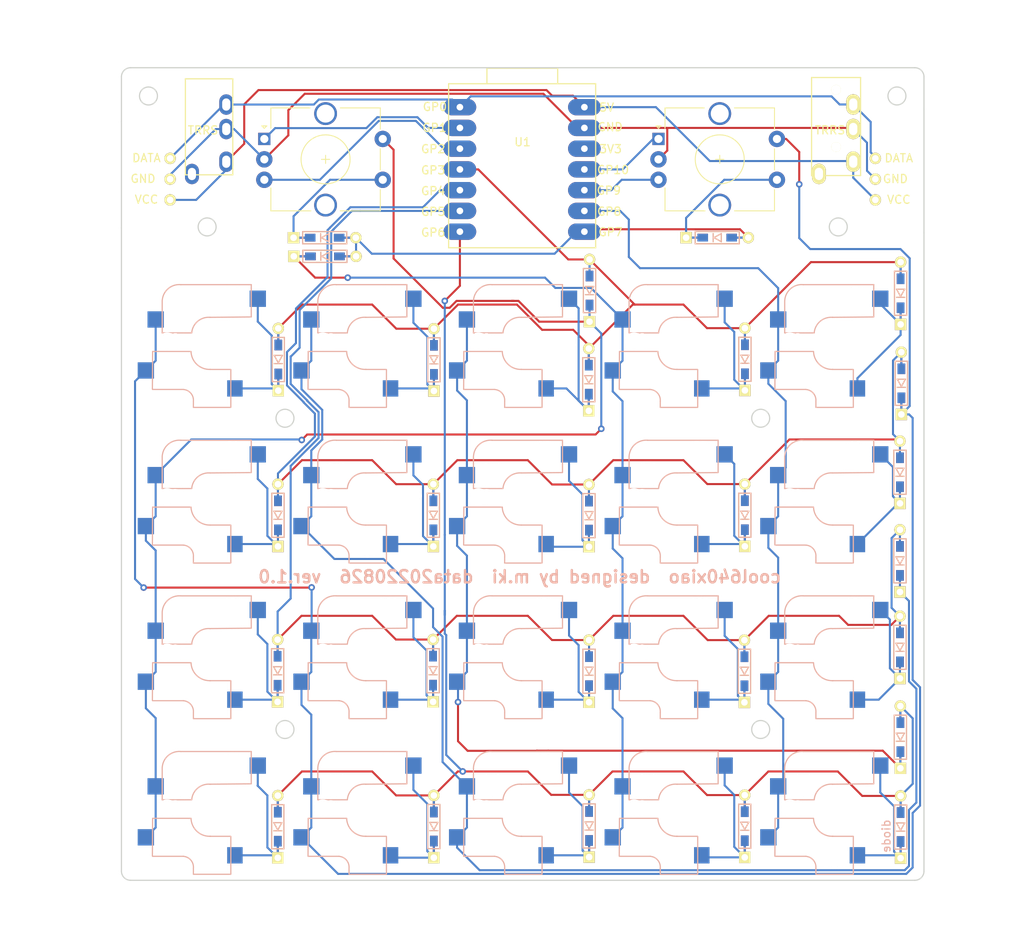
<source format=kicad_pcb>
(kicad_pcb (version 20171130) (host pcbnew "(5.1.6-0-10_14)")
  (layers (0 F.Cu signal) (31 B.Cu signal) (34 B.Paste user) (35 F.Paste user) (36 B.SilkS user) (37 F.SilkS user) (38 B.Mask user) (39 F.Mask user) (44 Edge.Cuts user))
  (net 0 "")
  (net 1 "Net-(D1-Pad1)")
  (net 2 "Net-(D2-Pad1)")
  (net 3 "Net-(D3-Pad1)")
  (net 4 "Net-(D4-Pad1)")
  (net 5 "Net-(D5-Pad1)")
  (net 6 "Net-(D6-Pad1)")
  (net 7 "Net-(D7-Pad1)")
  (net 8 "Net-(D8-Pad1)")
  (net 9 "Net-(D9-Pad1)")
  (net 10 "Net-(D10-Pad1)")
  (net 11 "Net-(D11-Pad1)")
  (net 12 "Net-(D12-Pad1)")
  (net 13 "Net-(D13-Pad1)")
  (net 14 "Net-(D14-Pad1)")
  (net 15 "Net-(D15-Pad1)")
  (net 16 "Net-(D16-Pad1)")
  (net 17 "Net-(D17-Pad1)")
  (net 18 "Net-(D18-Pad1)")
  (net 19 "Net-(D19-Pad1)")
  (net 20 "Net-(D20-Pad1)")
  (net 21 col0)
  (net 22 col1)
  (net 23 col2)
  (net 24 col3)
  (net 25 GND)
  (net 26 data)
  (net 27 VCC)
  (net 28 col4)
  (net 29 col5)
  (net 30 re1a)
  (net 31 re1b)
  (net 32 "Net-(D21-Pad1)")
  (net 33 "Net-(D22-Pad1)")
  (net 34 re2b)
  (net 35 re2a)
  (net 36 "Net-(D1001-Pad1)")
  (net 37 "Net-(D1002-Pad1)")
  (net 38 "Net-(D1003-Pad1)")
  (net 39 "Net-(D1004-Pad1)")
  (net 40 "Net-(D1000-Pad1)")
  (module kbd:D3_TH_SMD (layer F.Cu) (at 46.12 4.83 90)
    (fp_text reference D3 hide)
    (fp_text value DIODE hide)
    (pad 2 smd rect (at 1.775 0 90) (size 1.3 0.95) (layers F.Cu F.Paste F.Mask) (net 21 col0))
    (pad 2 thru_hole circle (at 3.81 0 90) (size 1.397 1.397) (drill 0.8128) (layers *.Cu *.Mask F.SilkS) (net 21 col0))
    (pad 1 thru_hole rect (at -3.81 0 90) (size 1.397 1.397) (drill 0.8128) (layers *.Cu *.Mask F.SilkS) (net 3 "Net-(D3-Pad1)"))
    (pad 1 smd rect (at -1.775 0 90) (size 1.3 0.95) (layers B.Cu B.Paste B.Mask) (net 3 "Net-(D3-Pad1)"))
    (pad 2 smd rect (at 1.775 0 90) (size 1.3 0.95) (layers B.Cu B.Paste B.Mask) (net 21 col0))
    (pad 1 smd rect (at -1.775 0 90) (size 1.3 0.95) (layers F.Cu F.Paste F.Mask) (net 3 "Net-(D3-Pad1)"))
  )
  (module kbd:D3_TH_SMD (layer F.Cu) (at 84.29 -5.75 90)
    (fp_text reference D5 hide)
    (fp_text value DIODE hide)
    (pad 2 smd rect (at 1.775 0 90) (size 1.3 0.95) (layers F.Cu F.Paste F.Mask) (net 21 col0))
    (pad 2 thru_hole circle (at 3.81 0 90) (size 1.397 1.397) (drill 0.8128) (layers *.Cu *.Mask F.SilkS) (net 21 col0))
    (pad 1 thru_hole rect (at -3.81 0 90) (size 1.397 1.397) (drill 0.8128) (layers *.Cu *.Mask F.SilkS) (net 5 "Net-(D5-Pad1)"))
    (pad 1 smd rect (at -1.775 0 90) (size 1.3 0.95) (layers B.Cu B.Paste B.Mask) (net 5 "Net-(D5-Pad1)"))
    (pad 2 smd rect (at 1.775 0 90) (size 1.3 0.95) (layers B.Cu B.Paste B.Mask) (net 21 col0))
    (pad 1 smd rect (at -1.775 0 90) (size 1.3 0.95) (layers F.Cu F.Paste F.Mask) (net 5 "Net-(D5-Pad1)"))
  )
  (module kbd:MJ-4PP-9_1side (layer F.Cu) (at -0.36 -32.15)
    (fp_text reference J2)
    (fp_text value MJ-4PP-9 hide)
    (fp_text user TRRS (at -0.75 6.45) (layer F.SilkS))
    (pad A thru_hole oval (at -2.1 11.8) (size 1.7 2.5) (drill oval 1 1.5) (layers *.Cu B.Mask) (clearance 0.15))
    (pad D thru_hole oval (at 2.1 10.3) (size 1.7 2.5) (drill oval 1 1.5) (layers *.Cu B.Mask) (net 27 VCC) (clearance 0.15))
    (pad C thru_hole oval (at 2.1 6.3) (size 1.7 2.5) (drill oval 1 1.5) (layers *.Cu B.Mask) (net 25 GND))
    (pad B thru_hole oval (at 2.1 3.3) (size 1.7 2.5) (drill oval 1 1.5) (layers *.Cu B.Mask) (net 26 data))
    (pad "" np_thru_hole circle (at 0 8.5) (size 1.2 1.2) (drill 1.2) (layers *.Cu *.Mask))
    (pad "" np_thru_hole circle (at 0 1.5) (size 1.2 1.2) (drill 1.2) (layers *.Cu *.Mask))
  )
  (module kbd:CherryMX_MidHeight_Choc_Hotswap_katagawa (layer F.Cu) (at 57.15 19.05)
    (fp_text reference SW9 hide)
    (fp_text value SW_PUSH hide)
    (pad "" np_thru_hole circle (at 4.5 0) (size 1.7 1.7) (drill 1.7) (layers *.Cu *.Mask))
    (pad "" np_thru_hole circle (at -4.5 0) (size 1.7 1.7) (drill 1.7) (layers *.Cu *.Mask))
    (pad 1 smd rect (at -8.1 3.7 180) (size 2 2) (layers B.Cu B.Paste B.Mask) (net 39 "Net-(D1004-Pad1)"))
    (pad 2 smd rect (at 2.8 5.9 180) (size 1.9 2) (layers B.Cu B.Paste B.Mask) (net 9 "Net-(D9-Pad1)"))
    (pad "" np_thru_hole circle (at -5 3.7 90) (size 3 3) (drill 3) (layers *.Cu *.Mask))
    (pad "" np_thru_hole circle (at 0 5.9 90) (size 3 3) (drill 3) (layers *.Cu *.Mask))
    (pad 1 smd rect (at -6.9 -2.54 180) (size 2 2) (layers B.Cu B.Paste B.Mask) (net 39 "Net-(D1004-Pad1)"))
    (pad "" np_thru_hole circle (at 2.54 -5.08 180) (size 3 3) (drill 3) (layers *.Cu *.Mask))
    (pad "" np_thru_hole circle (at 0 0 90) (size 4.1 4.1) (drill 4.1) (layers *.Cu *.Mask))
    (pad "" np_thru_hole circle (at -5.5 0 90) (size 1.9 1.9) (drill 1.9) (layers *.Cu *.Mask))
    (pad "" np_thru_hole circle (at 5.5 0 90) (size 1.9 1.9) (drill 1.9) (layers *.Cu *.Mask))
    (pad "" np_thru_hole circle (at 5.08 0) (size 1.7 1.7) (drill 1.7) (layers *.Cu *.Mask))
    (pad "" np_thru_hole circle (at -5.08 0) (size 1.7 1.7) (drill 1.7) (layers *.Cu *.Mask))
    (pad "" np_thru_hole circle (at -3.81 -2.54 180) (size 3 3) (drill 3) (layers *.Cu *.Mask))
    (pad 2 smd rect (at 5.6 -5.08 180) (size 2 2) (layers B.Cu B.Paste B.Mask) (net 9 "Net-(D9-Pad1)"))
  )
  (module kbd:CherryMX_MidHeight_Choc_Hotswap_katagawa (layer F.Cu) (at 38.1 19.05)
    (fp_text reference SW8 hide)
    (fp_text value SW_PUSH hide)
    (pad "" np_thru_hole circle (at 4.5 0) (size 1.7 1.7) (drill 1.7) (layers *.Cu *.Mask))
    (pad "" np_thru_hole circle (at -4.5 0) (size 1.7 1.7) (drill 1.7) (layers *.Cu *.Mask))
    (pad 1 smd rect (at -8.1 3.7 180) (size 2 2) (layers B.Cu B.Paste B.Mask) (net 38 "Net-(D1003-Pad1)"))
    (pad 2 smd rect (at 2.8 5.9 180) (size 1.9 2) (layers B.Cu B.Paste B.Mask) (net 8 "Net-(D8-Pad1)"))
    (pad "" np_thru_hole circle (at -5 3.7 90) (size 3 3) (drill 3) (layers *.Cu *.Mask))
    (pad "" np_thru_hole circle (at 0 5.9 90) (size 3 3) (drill 3) (layers *.Cu *.Mask))
    (pad 1 smd rect (at -6.9 -2.54 180) (size 2 2) (layers B.Cu B.Paste B.Mask) (net 38 "Net-(D1003-Pad1)"))
    (pad "" np_thru_hole circle (at 2.54 -5.08 180) (size 3 3) (drill 3) (layers *.Cu *.Mask))
    (pad "" np_thru_hole circle (at 0 0 90) (size 4.1 4.1) (drill 4.1) (layers *.Cu *.Mask))
    (pad "" np_thru_hole circle (at -5.5 0 90) (size 1.9 1.9) (drill 1.9) (layers *.Cu *.Mask))
    (pad "" np_thru_hole circle (at 5.5 0 90) (size 1.9 1.9) (drill 1.9) (layers *.Cu *.Mask))
    (pad "" np_thru_hole circle (at 5.08 0) (size 1.7 1.7) (drill 1.7) (layers *.Cu *.Mask))
    (pad "" np_thru_hole circle (at -5.08 0) (size 1.7 1.7) (drill 1.7) (layers *.Cu *.Mask))
    (pad "" np_thru_hole circle (at -3.81 -2.54 180) (size 3 3) (drill 3) (layers *.Cu *.Mask))
    (pad 2 smd rect (at 5.6 -5.08 180) (size 2 2) (layers B.Cu B.Paste B.Mask) (net 8 "Net-(D8-Pad1)"))
  )
  (module kbd:CherryMX_MidHeight_Choc_Hotswap_katagawa (layer F.Cu) (at 19.05 19.05)
    (fp_text reference SW7 hide)
    (fp_text value SW_PUSH hide)
    (pad "" np_thru_hole circle (at 4.5 0) (size 1.7 1.7) (drill 1.7) (layers *.Cu *.Mask))
    (pad "" np_thru_hole circle (at -4.5 0) (size 1.7 1.7) (drill 1.7) (layers *.Cu *.Mask))
    (pad 1 smd rect (at -8.1 3.7 180) (size 2 2) (layers B.Cu B.Paste B.Mask) (net 37 "Net-(D1002-Pad1)"))
    (pad 2 smd rect (at 2.8 5.9 180) (size 1.9 2) (layers B.Cu B.Paste B.Mask) (net 7 "Net-(D7-Pad1)"))
    (pad "" np_thru_hole circle (at -5 3.7 90) (size 3 3) (drill 3) (layers *.Cu *.Mask))
    (pad "" np_thru_hole circle (at 0 5.9 90) (size 3 3) (drill 3) (layers *.Cu *.Mask))
    (pad 1 smd rect (at -6.9 -2.54 180) (size 2 2) (layers B.Cu B.Paste B.Mask) (net 37 "Net-(D1002-Pad1)"))
    (pad "" np_thru_hole circle (at 2.54 -5.08 180) (size 3 3) (drill 3) (layers *.Cu *.Mask))
    (pad "" np_thru_hole circle (at 0 0 90) (size 4.1 4.1) (drill 4.1) (layers *.Cu *.Mask))
    (pad "" np_thru_hole circle (at -5.5 0 90) (size 1.9 1.9) (drill 1.9) (layers *.Cu *.Mask))
    (pad "" np_thru_hole circle (at 5.5 0 90) (size 1.9 1.9) (drill 1.9) (layers *.Cu *.Mask))
    (pad "" np_thru_hole circle (at 5.08 0) (size 1.7 1.7) (drill 1.7) (layers *.Cu *.Mask))
    (pad "" np_thru_hole circle (at -5.08 0) (size 1.7 1.7) (drill 1.7) (layers *.Cu *.Mask))
    (pad "" np_thru_hole circle (at -3.81 -2.54 180) (size 3 3) (drill 3) (layers *.Cu *.Mask))
    (pad 2 smd rect (at 5.6 -5.08 180) (size 2 2) (layers B.Cu B.Paste B.Mask) (net 7 "Net-(D7-Pad1)"))
  )
  (module kbd:D3_TH_SMD (layer F.Cu) (at 84.29 59.59 90)
    (fp_text reference D20 hide)
    (fp_text value DIODE hide)
    (pad 2 smd rect (at 1.775 0 90) (size 1.3 0.95) (layers F.Cu F.Paste F.Mask) (net 24 col3))
    (pad 2 thru_hole circle (at 3.81 0 90) (size 1.397 1.397) (drill 0.8128) (layers *.Cu *.Mask F.SilkS) (net 24 col3))
    (pad 1 thru_hole rect (at -3.81 0 90) (size 1.397 1.397) (drill 0.8128) (layers *.Cu *.Mask F.SilkS) (net 20 "Net-(D20-Pad1)"))
    (pad 1 smd rect (at -1.775 0 90) (size 1.3 0.95) (layers B.Cu B.Paste B.Mask) (net 20 "Net-(D20-Pad1)"))
    (pad 2 smd rect (at 1.775 0 90) (size 1.3 0.95) (layers B.Cu B.Paste B.Mask) (net 24 col3))
    (pad 1 smd rect (at -1.775 0 90) (size 1.3 0.95) (layers F.Cu F.Paste F.Mask) (net 20 "Net-(D20-Pad1)"))
  )
  (module kbd:CherryMX_MidHeight_Choc_Hotswap_katagawa (layer F.Cu) (at 38.1 38.1)
    (fp_text reference SW13 hide)
    (fp_text value SW_PUSH hide)
    (pad "" np_thru_hole circle (at 4.5 0) (size 1.7 1.7) (drill 1.7) (layers *.Cu *.Mask))
    (pad "" np_thru_hole circle (at -4.5 0) (size 1.7 1.7) (drill 1.7) (layers *.Cu *.Mask))
    (pad 1 smd rect (at -8.1 3.7 180) (size 2 2) (layers B.Cu B.Paste B.Mask) (net 38 "Net-(D1003-Pad1)"))
    (pad 2 smd rect (at 2.8 5.9 180) (size 1.9 2) (layers B.Cu B.Paste B.Mask) (net 13 "Net-(D13-Pad1)"))
    (pad "" np_thru_hole circle (at -5 3.7 90) (size 3 3) (drill 3) (layers *.Cu *.Mask))
    (pad "" np_thru_hole circle (at 0 5.9 90) (size 3 3) (drill 3) (layers *.Cu *.Mask))
    (pad 1 smd rect (at -6.9 -2.54 180) (size 2 2) (layers B.Cu B.Paste B.Mask) (net 38 "Net-(D1003-Pad1)"))
    (pad "" np_thru_hole circle (at 2.54 -5.08 180) (size 3 3) (drill 3) (layers *.Cu *.Mask))
    (pad "" np_thru_hole circle (at 0 0 90) (size 4.1 4.1) (drill 4.1) (layers *.Cu *.Mask))
    (pad "" np_thru_hole circle (at -5.5 0 90) (size 1.9 1.9) (drill 1.9) (layers *.Cu *.Mask))
    (pad "" np_thru_hole circle (at 5.5 0 90) (size 1.9 1.9) (drill 1.9) (layers *.Cu *.Mask))
    (pad "" np_thru_hole circle (at 5.08 0) (size 1.7 1.7) (drill 1.7) (layers *.Cu *.Mask))
    (pad "" np_thru_hole circle (at -5.08 0) (size 1.7 1.7) (drill 1.7) (layers *.Cu *.Mask))
    (pad "" np_thru_hole circle (at -3.81 -2.54 180) (size 3 3) (drill 3) (layers *.Cu *.Mask))
    (pad 2 smd rect (at 5.6 -5.08 180) (size 2 2) (layers B.Cu B.Paste B.Mask) (net 13 "Net-(D13-Pad1)"))
  )
  (module kbd:CherryMX_MidHeight_Choc_Hotswap_katagawa (layer F.Cu) (at 19.05 38.1)
    (fp_text reference SW12 hide)
    (fp_text value SW_PUSH hide)
    (pad "" np_thru_hole circle (at 4.5 0) (size 1.7 1.7) (drill 1.7) (layers *.Cu *.Mask))
    (pad "" np_thru_hole circle (at -4.5 0) (size 1.7 1.7) (drill 1.7) (layers *.Cu *.Mask))
    (pad 1 smd rect (at -8.1 3.7 180) (size 2 2) (layers B.Cu B.Paste B.Mask) (net 36 "Net-(D1001-Pad1)"))
    (pad 2 smd rect (at 2.8 5.9 180) (size 1.9 2) (layers B.Cu B.Paste B.Mask) (net 12 "Net-(D12-Pad1)"))
    (pad "" np_thru_hole circle (at -5 3.7 90) (size 3 3) (drill 3) (layers *.Cu *.Mask))
    (pad "" np_thru_hole circle (at 0 5.9 90) (size 3 3) (drill 3) (layers *.Cu *.Mask))
    (pad 1 smd rect (at -6.9 -2.54 180) (size 2 2) (layers B.Cu B.Paste B.Mask) (net 36 "Net-(D1001-Pad1)"))
    (pad "" np_thru_hole circle (at 2.54 -5.08 180) (size 3 3) (drill 3) (layers *.Cu *.Mask))
    (pad "" np_thru_hole circle (at 0 0 90) (size 4.1 4.1) (drill 4.1) (layers *.Cu *.Mask))
    (pad "" np_thru_hole circle (at -5.5 0 90) (size 1.9 1.9) (drill 1.9) (layers *.Cu *.Mask))
    (pad "" np_thru_hole circle (at 5.5 0 90) (size 1.9 1.9) (drill 1.9) (layers *.Cu *.Mask))
    (pad "" np_thru_hole circle (at 5.08 0) (size 1.7 1.7) (drill 1.7) (layers *.Cu *.Mask))
    (pad "" np_thru_hole circle (at -5.08 0) (size 1.7 1.7) (drill 1.7) (layers *.Cu *.Mask))
    (pad "" np_thru_hole circle (at -3.81 -2.54 180) (size 3 3) (drill 3) (layers *.Cu *.Mask))
    (pad 2 smd rect (at 5.6 -5.08 180) (size 2 2) (layers B.Cu B.Paste B.Mask) (net 12 "Net-(D12-Pad1)"))
  )
  (module kbd:CherryMX_MidHeight_Choc_Hotswap_katagawa (layer F.Cu) (at 57.15 38.1)
    (fp_text reference SW14 hide)
    (fp_text value SW_PUSH hide)
    (pad "" np_thru_hole circle (at 4.5 0) (size 1.7 1.7) (drill 1.7) (layers *.Cu *.Mask))
    (pad "" np_thru_hole circle (at -4.5 0) (size 1.7 1.7) (drill 1.7) (layers *.Cu *.Mask))
    (pad 1 smd rect (at -8.1 3.7 180) (size 2 2) (layers B.Cu B.Paste B.Mask) (net 39 "Net-(D1004-Pad1)"))
    (pad 2 smd rect (at 2.8 5.9 180) (size 1.9 2) (layers B.Cu B.Paste B.Mask) (net 14 "Net-(D14-Pad1)"))
    (pad "" np_thru_hole circle (at -5 3.7 90) (size 3 3) (drill 3) (layers *.Cu *.Mask))
    (pad "" np_thru_hole circle (at 0 5.9 90) (size 3 3) (drill 3) (layers *.Cu *.Mask))
    (pad 1 smd rect (at -6.9 -2.54 180) (size 2 2) (layers B.Cu B.Paste B.Mask) (net 39 "Net-(D1004-Pad1)"))
    (pad "" np_thru_hole circle (at 2.54 -5.08 180) (size 3 3) (drill 3) (layers *.Cu *.Mask))
    (pad "" np_thru_hole circle (at 0 0 90) (size 4.1 4.1) (drill 4.1) (layers *.Cu *.Mask))
    (pad "" np_thru_hole circle (at -5.5 0 90) (size 1.9 1.9) (drill 1.9) (layers *.Cu *.Mask))
    (pad "" np_thru_hole circle (at 5.5 0 90) (size 1.9 1.9) (drill 1.9) (layers *.Cu *.Mask))
    (pad "" np_thru_hole circle (at 5.08 0) (size 1.7 1.7) (drill 1.7) (layers *.Cu *.Mask))
    (pad "" np_thru_hole circle (at -5.08 0) (size 1.7 1.7) (drill 1.7) (layers *.Cu *.Mask))
    (pad "" np_thru_hole circle (at -3.81 -2.54 180) (size 3 3) (drill 3) (layers *.Cu *.Mask))
    (pad 2 smd rect (at 5.6 -5.08 180) (size 2 2) (layers B.Cu B.Paste B.Mask) (net 14 "Net-(D14-Pad1)"))
  )
  (module kbd:D3_TH_SMD (layer F.Cu) (at 27.16 2.4 90)
    (fp_text reference D2 hide)
    (fp_text value DIODE hide)
    (pad 2 smd rect (at 1.775 0 90) (size 1.3 0.95) (layers F.Cu F.Paste F.Mask) (net 21 col0))
    (pad 2 thru_hole circle (at 3.81 0 90) (size 1.397 1.397) (drill 0.8128) (layers *.Cu *.Mask F.SilkS) (net 21 col0))
    (pad 1 thru_hole rect (at -3.81 0 90) (size 1.397 1.397) (drill 0.8128) (layers *.Cu *.Mask F.SilkS) (net 2 "Net-(D2-Pad1)"))
    (pad 1 smd rect (at -1.775 0 90) (size 1.3 0.95) (layers B.Cu B.Paste B.Mask) (net 2 "Net-(D2-Pad1)"))
    (pad 2 smd rect (at 1.775 0 90) (size 1.3 0.95) (layers B.Cu B.Paste B.Mask) (net 21 col0))
    (pad 1 smd rect (at -1.775 0 90) (size 1.3 0.95) (layers F.Cu F.Paste F.Mask) (net 2 "Net-(D2-Pad1)"))
  )
  (module kbd:D3_TH_SMD (layer F.Cu) (at 8.11 2.36 90)
    (fp_text reference D1 hide)
    (fp_text value DIODE hide)
    (pad 2 smd rect (at 1.775 0 90) (size 1.3 0.95) (layers F.Cu F.Paste F.Mask) (net 21 col0))
    (pad 2 thru_hole circle (at 3.81 0 90) (size 1.397 1.397) (drill 0.8128) (layers *.Cu *.Mask F.SilkS) (net 21 col0))
    (pad 1 thru_hole rect (at -3.81 0 90) (size 1.397 1.397) (drill 0.8128) (layers *.Cu *.Mask F.SilkS) (net 1 "Net-(D1-Pad1)"))
    (pad 1 smd rect (at -1.775 0 90) (size 1.3 0.95) (layers B.Cu B.Paste B.Mask) (net 1 "Net-(D1-Pad1)"))
    (pad 2 smd rect (at 1.775 0 90) (size 1.3 0.95) (layers B.Cu B.Paste B.Mask) (net 21 col0))
    (pad 1 smd rect (at -1.775 0 90) (size 1.3 0.95) (layers F.Cu F.Paste F.Mask) (net 1 "Net-(D1-Pad1)"))
  )
  (module kbd:D3_TH_SMD (layer F.Cu) (at 65.23 2.33 90)
    (fp_text reference D4 hide)
    (fp_text value DIODE hide)
    (pad 2 smd rect (at 1.775 0 90) (size 1.3 0.95) (layers F.Cu F.Paste F.Mask) (net 21 col0))
    (pad 2 thru_hole circle (at 3.81 0 90) (size 1.397 1.397) (drill 0.8128) (layers *.Cu *.Mask F.SilkS) (net 21 col0))
    (pad 1 thru_hole rect (at -3.81 0 90) (size 1.397 1.397) (drill 0.8128) (layers *.Cu *.Mask F.SilkS) (net 4 "Net-(D4-Pad1)"))
    (pad 1 smd rect (at -1.775 0 90) (size 1.3 0.95) (layers B.Cu B.Paste B.Mask) (net 4 "Net-(D4-Pad1)"))
    (pad 2 smd rect (at 1.775 0 90) (size 1.3 0.95) (layers B.Cu B.Paste B.Mask) (net 21 col0))
    (pad 1 smd rect (at -1.775 0 90) (size 1.3 0.95) (layers F.Cu F.Paste F.Mask) (net 4 "Net-(D4-Pad1)"))
  )
  (module kbd:D3_TH_SMD (layer F.Cu) (at 84.21 16.16 90)
    (fp_text reference D10 hide)
    (fp_text value DIODE hide)
    (pad 2 smd rect (at 1.775 0 90) (size 1.3 0.95) (layers F.Cu F.Paste F.Mask) (net 22 col1))
    (pad 2 thru_hole circle (at 3.81 0 90) (size 1.397 1.397) (drill 0.8128) (layers *.Cu *.Mask F.SilkS) (net 22 col1))
    (pad 1 thru_hole rect (at -3.81 0 90) (size 1.397 1.397) (drill 0.8128) (layers *.Cu *.Mask F.SilkS) (net 10 "Net-(D10-Pad1)"))
    (pad 1 smd rect (at -1.775 0 90) (size 1.3 0.95) (layers B.Cu B.Paste B.Mask) (net 10 "Net-(D10-Pad1)"))
    (pad 2 smd rect (at 1.775 0 90) (size 1.3 0.95) (layers B.Cu B.Paste B.Mask) (net 22 col1))
    (pad 1 smd rect (at -1.775 0 90) (size 1.3 0.95) (layers F.Cu F.Paste F.Mask) (net 10 "Net-(D10-Pad1)"))
  )
  (module kbd:D3_TH_SMD (layer F.Cu) (at 65.22 21.42 90)
    (fp_text reference D9 hide)
    (fp_text value DIODE hide)
    (pad 2 smd rect (at 1.775 0 90) (size 1.3 0.95) (layers F.Cu F.Paste F.Mask) (net 22 col1))
    (pad 2 thru_hole circle (at 3.81 0 90) (size 1.397 1.397) (drill 0.8128) (layers *.Cu *.Mask F.SilkS) (net 22 col1))
    (pad 1 thru_hole rect (at -3.81 0 90) (size 1.397 1.397) (drill 0.8128) (layers *.Cu *.Mask F.SilkS) (net 9 "Net-(D9-Pad1)"))
    (pad 1 smd rect (at -1.775 0 90) (size 1.3 0.95) (layers B.Cu B.Paste B.Mask) (net 9 "Net-(D9-Pad1)"))
    (pad 2 smd rect (at 1.775 0 90) (size 1.3 0.95) (layers B.Cu B.Paste B.Mask) (net 22 col1))
    (pad 1 smd rect (at -1.775 0 90) (size 1.3 0.95) (layers F.Cu F.Paste F.Mask) (net 9 "Net-(D9-Pad1)"))
  )
  (module kbd:D3_TH_SMD (layer F.Cu) (at 46.14 21.47 90)
    (fp_text reference D8 hide)
    (fp_text value DIODE hide)
    (pad 2 smd rect (at 1.775 0 90) (size 1.3 0.95) (layers F.Cu F.Paste F.Mask) (net 22 col1))
    (pad 2 thru_hole circle (at 3.81 0 90) (size 1.397 1.397) (drill 0.8128) (layers *.Cu *.Mask F.SilkS) (net 22 col1))
    (pad 1 thru_hole rect (at -3.81 0 90) (size 1.397 1.397) (drill 0.8128) (layers *.Cu *.Mask F.SilkS) (net 8 "Net-(D8-Pad1)"))
    (pad 1 smd rect (at -1.775 0 90) (size 1.3 0.95) (layers B.Cu B.Paste B.Mask) (net 8 "Net-(D8-Pad1)"))
    (pad 2 smd rect (at 1.775 0 90) (size 1.3 0.95) (layers B.Cu B.Paste B.Mask) (net 22 col1))
    (pad 1 smd rect (at -1.775 0 90) (size 1.3 0.95) (layers F.Cu F.Paste F.Mask) (net 8 "Net-(D8-Pad1)"))
  )
  (module kbd:D3_TH_SMD (layer F.Cu) (at 27.09 21.43 90)
    (fp_text reference D7 hide)
    (fp_text value DIODE hide)
    (pad 2 smd rect (at 1.775 0 90) (size 1.3 0.95) (layers F.Cu F.Paste F.Mask) (net 22 col1))
    (pad 2 thru_hole circle (at 3.81 0 90) (size 1.397 1.397) (drill 0.8128) (layers *.Cu *.Mask F.SilkS) (net 22 col1))
    (pad 1 thru_hole rect (at -3.81 0 90) (size 1.397 1.397) (drill 0.8128) (layers *.Cu *.Mask F.SilkS) (net 7 "Net-(D7-Pad1)"))
    (pad 1 smd rect (at -1.775 0 90) (size 1.3 0.95) (layers B.Cu B.Paste B.Mask) (net 7 "Net-(D7-Pad1)"))
    (pad 2 smd rect (at 1.775 0 90) (size 1.3 0.95) (layers B.Cu B.Paste B.Mask) (net 22 col1))
    (pad 1 smd rect (at -1.775 0 90) (size 1.3 0.95) (layers F.Cu F.Paste F.Mask) (net 7 "Net-(D7-Pad1)"))
  )
  (module kbd:D3_TH_SMD (layer F.Cu) (at 8.07 21.43 90)
    (fp_text reference D6 hide)
    (fp_text value DIODE hide)
    (pad 2 smd rect (at 1.775 0 90) (size 1.3 0.95) (layers F.Cu F.Paste F.Mask) (net 22 col1))
    (pad 2 thru_hole circle (at 3.81 0 90) (size 1.397 1.397) (drill 0.8128) (layers *.Cu *.Mask F.SilkS) (net 22 col1))
    (pad 1 thru_hole rect (at -3.81 0 90) (size 1.397 1.397) (drill 0.8128) (layers *.Cu *.Mask F.SilkS) (net 6 "Net-(D6-Pad1)"))
    (pad 1 smd rect (at -1.775 0 90) (size 1.3 0.95) (layers B.Cu B.Paste B.Mask) (net 6 "Net-(D6-Pad1)"))
    (pad 2 smd rect (at 1.775 0 90) (size 1.3 0.95) (layers B.Cu B.Paste B.Mask) (net 22 col1))
    (pad 1 smd rect (at -1.775 0 90) (size 1.3 0.95) (layers F.Cu F.Paste F.Mask) (net 6 "Net-(D6-Pad1)"))
  )
  (module kbd:CherryMX_MidHeight_Choc_Hotswap_katagawa (layer F.Cu) (at 57.15 0)
    (fp_text reference SW4 hide)
    (fp_text value SW_PUSH hide)
    (pad "" np_thru_hole circle (at 4.5 0) (size 1.7 1.7) (drill 1.7) (layers *.Cu *.Mask))
    (pad "" np_thru_hole circle (at -4.5 0) (size 1.7 1.7) (drill 1.7) (layers *.Cu *.Mask))
    (pad 1 smd rect (at -8.1 3.7 180) (size 2 2) (layers B.Cu B.Paste B.Mask) (net 39 "Net-(D1004-Pad1)"))
    (pad 2 smd rect (at 2.8 5.9 180) (size 1.9 2) (layers B.Cu B.Paste B.Mask) (net 4 "Net-(D4-Pad1)"))
    (pad "" np_thru_hole circle (at -5 3.7 90) (size 3 3) (drill 3) (layers *.Cu *.Mask))
    (pad "" np_thru_hole circle (at 0 5.9 90) (size 3 3) (drill 3) (layers *.Cu *.Mask))
    (pad 1 smd rect (at -6.9 -2.54 180) (size 2 2) (layers B.Cu B.Paste B.Mask) (net 39 "Net-(D1004-Pad1)"))
    (pad "" np_thru_hole circle (at 2.54 -5.08 180) (size 3 3) (drill 3) (layers *.Cu *.Mask))
    (pad "" np_thru_hole circle (at 0 0 90) (size 4.1 4.1) (drill 4.1) (layers *.Cu *.Mask))
    (pad "" np_thru_hole circle (at -5.5 0 90) (size 1.9 1.9) (drill 1.9) (layers *.Cu *.Mask))
    (pad "" np_thru_hole circle (at 5.5 0 90) (size 1.9 1.9) (drill 1.9) (layers *.Cu *.Mask))
    (pad "" np_thru_hole circle (at 5.08 0) (size 1.7 1.7) (drill 1.7) (layers *.Cu *.Mask))
    (pad "" np_thru_hole circle (at -5.08 0) (size 1.7 1.7) (drill 1.7) (layers *.Cu *.Mask))
    (pad "" np_thru_hole circle (at -3.81 -2.54 180) (size 3 3) (drill 3) (layers *.Cu *.Mask))
    (pad 2 smd rect (at 5.6 -5.08 180) (size 2 2) (layers B.Cu B.Paste B.Mask) (net 4 "Net-(D4-Pad1)"))
  )
  (module kbd:CherryMX_MidHeight_Choc_Hotswap_katagawa (layer F.Cu) (at 38.1 0)
    (fp_text reference SW3 hide)
    (fp_text value SW_PUSH hide)
    (pad "" np_thru_hole circle (at 4.5 0) (size 1.7 1.7) (drill 1.7) (layers *.Cu *.Mask))
    (pad "" np_thru_hole circle (at -4.5 0) (size 1.7 1.7) (drill 1.7) (layers *.Cu *.Mask))
    (pad 1 smd rect (at -8.1 3.7 180) (size 2 2) (layers B.Cu B.Paste B.Mask) (net 38 "Net-(D1003-Pad1)"))
    (pad 2 smd rect (at 2.8 5.9 180) (size 1.9 2) (layers B.Cu B.Paste B.Mask) (net 3 "Net-(D3-Pad1)"))
    (pad "" np_thru_hole circle (at -5 3.7 90) (size 3 3) (drill 3) (layers *.Cu *.Mask))
    (pad "" np_thru_hole circle (at 0 5.9 90) (size 3 3) (drill 3) (layers *.Cu *.Mask))
    (pad 1 smd rect (at -6.9 -2.54 180) (size 2 2) (layers B.Cu B.Paste B.Mask) (net 38 "Net-(D1003-Pad1)"))
    (pad "" np_thru_hole circle (at 2.54 -5.08 180) (size 3 3) (drill 3) (layers *.Cu *.Mask))
    (pad "" np_thru_hole circle (at 0 0 90) (size 4.1 4.1) (drill 4.1) (layers *.Cu *.Mask))
    (pad "" np_thru_hole circle (at -5.5 0 90) (size 1.9 1.9) (drill 1.9) (layers *.Cu *.Mask))
    (pad "" np_thru_hole circle (at 5.5 0 90) (size 1.9 1.9) (drill 1.9) (layers *.Cu *.Mask))
    (pad "" np_thru_hole circle (at 5.08 0) (size 1.7 1.7) (drill 1.7) (layers *.Cu *.Mask))
    (pad "" np_thru_hole circle (at -5.08 0) (size 1.7 1.7) (drill 1.7) (layers *.Cu *.Mask))
    (pad "" np_thru_hole circle (at -3.81 -2.54 180) (size 3 3) (drill 3) (layers *.Cu *.Mask))
    (pad 2 smd rect (at 5.6 -5.08 180) (size 2 2) (layers B.Cu B.Paste B.Mask) (net 3 "Net-(D3-Pad1)"))
  )
  (module kbd:CherryMX_MidHeight_Choc_Hotswap_katagawa (layer F.Cu) (at 19.05 0)
    (fp_text reference SW2 hide)
    (fp_text value SW_PUSH hide)
    (pad "" np_thru_hole circle (at 4.5 0) (size 1.7 1.7) (drill 1.7) (layers *.Cu *.Mask))
    (pad "" np_thru_hole circle (at -4.5 0) (size 1.7 1.7) (drill 1.7) (layers *.Cu *.Mask))
    (pad 1 smd rect (at -8.1 3.7 180) (size 2 2) (layers B.Cu B.Paste B.Mask) (net 37 "Net-(D1002-Pad1)"))
    (pad 2 smd rect (at 2.8 5.9 180) (size 1.9 2) (layers B.Cu B.Paste B.Mask) (net 2 "Net-(D2-Pad1)"))
    (pad "" np_thru_hole circle (at -5 3.7 90) (size 3 3) (drill 3) (layers *.Cu *.Mask))
    (pad "" np_thru_hole circle (at 0 5.9 90) (size 3 3) (drill 3) (layers *.Cu *.Mask))
    (pad 1 smd rect (at -6.9 -2.54 180) (size 2 2) (layers B.Cu B.Paste B.Mask) (net 37 "Net-(D1002-Pad1)"))
    (pad "" np_thru_hole circle (at 2.54 -5.08 180) (size 3 3) (drill 3) (layers *.Cu *.Mask))
    (pad "" np_thru_hole circle (at 0 0 90) (size 4.1 4.1) (drill 4.1) (layers *.Cu *.Mask))
    (pad "" np_thru_hole circle (at -5.5 0 90) (size 1.9 1.9) (drill 1.9) (layers *.Cu *.Mask))
    (pad "" np_thru_hole circle (at 5.5 0 90) (size 1.9 1.9) (drill 1.9) (layers *.Cu *.Mask))
    (pad "" np_thru_hole circle (at 5.08 0) (size 1.7 1.7) (drill 1.7) (layers *.Cu *.Mask))
    (pad "" np_thru_hole circle (at -5.08 0) (size 1.7 1.7) (drill 1.7) (layers *.Cu *.Mask))
    (pad "" np_thru_hole circle (at -3.81 -2.54 180) (size 3 3) (drill 3) (layers *.Cu *.Mask))
    (pad 2 smd rect (at 5.6 -5.08 180) (size 2 2) (layers B.Cu B.Paste B.Mask) (net 2 "Net-(D2-Pad1)"))
  )
  (module kbd:D3_TH_SMD (layer F.Cu) (at 65.21 59.49 90)
    (fp_text reference D19 hide)
    (fp_text value DIODE hide)
    (pad 2 smd rect (at 1.775 0 90) (size 1.3 0.95) (layers F.Cu F.Paste F.Mask) (net 24 col3))
    (pad 2 thru_hole circle (at 3.81 0 90) (size 1.397 1.397) (drill 0.8128) (layers *.Cu *.Mask F.SilkS) (net 24 col3))
    (pad 1 thru_hole rect (at -3.81 0 90) (size 1.397 1.397) (drill 0.8128) (layers *.Cu *.Mask F.SilkS) (net 19 "Net-(D19-Pad1)"))
    (pad 1 smd rect (at -1.775 0 90) (size 1.3 0.95) (layers B.Cu B.Paste B.Mask) (net 19 "Net-(D19-Pad1)"))
    (pad 2 smd rect (at 1.775 0 90) (size 1.3 0.95) (layers B.Cu B.Paste B.Mask) (net 24 col3))
    (pad 1 smd rect (at -1.775 0 90) (size 1.3 0.95) (layers F.Cu F.Paste F.Mask) (net 19 "Net-(D19-Pad1)"))
  )
  (module kbd:D3_TH_SMD (layer F.Cu) (at 46.16 59.46 90)
    (fp_text reference D18 hide)
    (fp_text value DIODE hide)
    (pad 2 smd rect (at 1.775 0 90) (size 1.3 0.95) (layers F.Cu F.Paste F.Mask) (net 24 col3))
    (pad 2 thru_hole circle (at 3.81 0 90) (size 1.397 1.397) (drill 0.8128) (layers *.Cu *.Mask F.SilkS) (net 24 col3))
    (pad 1 thru_hole rect (at -3.81 0 90) (size 1.397 1.397) (drill 0.8128) (layers *.Cu *.Mask F.SilkS) (net 18 "Net-(D18-Pad1)"))
    (pad 1 smd rect (at -1.775 0 90) (size 1.3 0.95) (layers B.Cu B.Paste B.Mask) (net 18 "Net-(D18-Pad1)"))
    (pad 2 smd rect (at 1.775 0 90) (size 1.3 0.95) (layers B.Cu B.Paste B.Mask) (net 24 col3))
    (pad 1 smd rect (at -1.775 0 90) (size 1.3 0.95) (layers F.Cu F.Paste F.Mask) (net 18 "Net-(D18-Pad1)"))
  )
  (module kbd:D3_TH_SMD (layer F.Cu) (at 27.15 59.53 90)
    (fp_text reference D17 hide)
    (fp_text value DIODE hide)
    (pad 2 smd rect (at 1.775 0 90) (size 1.3 0.95) (layers F.Cu F.Paste F.Mask) (net 24 col3))
    (pad 2 thru_hole circle (at 3.81 0 90) (size 1.397 1.397) (drill 0.8128) (layers *.Cu *.Mask F.SilkS) (net 24 col3))
    (pad 1 thru_hole rect (at -3.81 0 90) (size 1.397 1.397) (drill 0.8128) (layers *.Cu *.Mask F.SilkS) (net 17 "Net-(D17-Pad1)"))
    (pad 1 smd rect (at -1.775 0 90) (size 1.3 0.95) (layers B.Cu B.Paste B.Mask) (net 17 "Net-(D17-Pad1)"))
    (pad 2 smd rect (at 1.775 0 90) (size 1.3 0.95) (layers B.Cu B.Paste B.Mask) (net 24 col3))
    (pad 1 smd rect (at -1.775 0 90) (size 1.3 0.95) (layers F.Cu F.Paste F.Mask) (net 17 "Net-(D17-Pad1)"))
  )
  (module kbd:D3_TH_SMD (layer F.Cu) (at 8.05 59.55 90)
    (fp_text reference D16 hide)
    (fp_text value DIODE hide)
    (pad 2 smd rect (at 1.775 0 90) (size 1.3 0.95) (layers F.Cu F.Paste F.Mask) (net 24 col3))
    (pad 2 thru_hole circle (at 3.81 0 90) (size 1.397 1.397) (drill 0.8128) (layers *.Cu *.Mask F.SilkS) (net 24 col3))
    (pad 1 thru_hole rect (at -3.81 0 90) (size 1.397 1.397) (drill 0.8128) (layers *.Cu *.Mask F.SilkS) (net 16 "Net-(D16-Pad1)"))
    (pad 1 smd rect (at -1.775 0 90) (size 1.3 0.95) (layers B.Cu B.Paste B.Mask) (net 16 "Net-(D16-Pad1)"))
    (pad 2 smd rect (at 1.775 0 90) (size 1.3 0.95) (layers B.Cu B.Paste B.Mask) (net 24 col3))
    (pad 1 smd rect (at -1.775 0 90) (size 1.3 0.95) (layers F.Cu F.Paste F.Mask) (net 16 "Net-(D16-Pad1)"))
  )
  (module kbd:D3_TH_SMD (layer F.Cu) (at 84.21 37.59 90)
    (fp_text reference D15 hide)
    (fp_text value DIODE hide)
    (pad 2 smd rect (at 1.775 0 90) (size 1.3 0.95) (layers F.Cu F.Paste F.Mask) (net 23 col2))
    (pad 2 thru_hole circle (at 3.81 0 90) (size 1.397 1.397) (drill 0.8128) (layers *.Cu *.Mask F.SilkS) (net 23 col2))
    (pad 1 thru_hole rect (at -3.81 0 90) (size 1.397 1.397) (drill 0.8128) (layers *.Cu *.Mask F.SilkS) (net 15 "Net-(D15-Pad1)"))
    (pad 1 smd rect (at -1.775 0 90) (size 1.3 0.95) (layers B.Cu B.Paste B.Mask) (net 15 "Net-(D15-Pad1)"))
    (pad 2 smd rect (at 1.775 0 90) (size 1.3 0.95) (layers B.Cu B.Paste B.Mask) (net 23 col2))
    (pad 1 smd rect (at -1.775 0 90) (size 1.3 0.95) (layers F.Cu F.Paste F.Mask) (net 15 "Net-(D15-Pad1)"))
  )
  (module kbd:D3_TH_SMD (layer F.Cu) (at 65.17 40.52 90)
    (fp_text reference D14 hide)
    (fp_text value DIODE hide)
    (pad 2 smd rect (at 1.775 0 90) (size 1.3 0.95) (layers F.Cu F.Paste F.Mask) (net 23 col2))
    (pad 2 thru_hole circle (at 3.81 0 90) (size 1.397 1.397) (drill 0.8128) (layers *.Cu *.Mask F.SilkS) (net 23 col2))
    (pad 1 thru_hole rect (at -3.81 0 90) (size 1.397 1.397) (drill 0.8128) (layers *.Cu *.Mask F.SilkS) (net 14 "Net-(D14-Pad1)"))
    (pad 1 smd rect (at -1.775 0 90) (size 1.3 0.95) (layers B.Cu B.Paste B.Mask) (net 14 "Net-(D14-Pad1)"))
    (pad 2 smd rect (at 1.775 0 90) (size 1.3 0.95) (layers B.Cu B.Paste B.Mask) (net 23 col2))
    (pad 1 smd rect (at -1.775 0 90) (size 1.3 0.95) (layers F.Cu F.Paste F.Mask) (net 14 "Net-(D14-Pad1)"))
  )
  (module kbd:D3_TH_SMD (layer F.Cu) (at 46.15 40.51 90)
    (fp_text reference D13 hide)
    (fp_text value DIODE hide)
    (pad 2 smd rect (at 1.775 0 90) (size 1.3 0.95) (layers F.Cu F.Paste F.Mask) (net 23 col2))
    (pad 2 thru_hole circle (at 3.81 0 90) (size 1.397 1.397) (drill 0.8128) (layers *.Cu *.Mask F.SilkS) (net 23 col2))
    (pad 1 thru_hole rect (at -3.81 0 90) (size 1.397 1.397) (drill 0.8128) (layers *.Cu *.Mask F.SilkS) (net 13 "Net-(D13-Pad1)"))
    (pad 1 smd rect (at -1.775 0 90) (size 1.3 0.95) (layers B.Cu B.Paste B.Mask) (net 13 "Net-(D13-Pad1)"))
    (pad 2 smd rect (at 1.775 0 90) (size 1.3 0.95) (layers B.Cu B.Paste B.Mask) (net 23 col2))
    (pad 1 smd rect (at -1.775 0 90) (size 1.3 0.95) (layers F.Cu F.Paste F.Mask) (net 13 "Net-(D13-Pad1)"))
  )
  (module kbd:D3_TH_SMD (layer F.Cu) (at 27.06 40.45 90)
    (fp_text reference D12 hide)
    (fp_text value DIODE hide)
    (pad 2 smd rect (at 1.775 0 90) (size 1.3 0.95) (layers F.Cu F.Paste F.Mask) (net 23 col2))
    (pad 2 thru_hole circle (at 3.81 0 90) (size 1.397 1.397) (drill 0.8128) (layers *.Cu *.Mask F.SilkS) (net 23 col2))
    (pad 1 thru_hole rect (at -3.81 0 90) (size 1.397 1.397) (drill 0.8128) (layers *.Cu *.Mask F.SilkS) (net 12 "Net-(D12-Pad1)"))
    (pad 1 smd rect (at -1.775 0 90) (size 1.3 0.95) (layers B.Cu B.Paste B.Mask) (net 12 "Net-(D12-Pad1)"))
    (pad 2 smd rect (at 1.775 0 90) (size 1.3 0.95) (layers B.Cu B.Paste B.Mask) (net 23 col2))
    (pad 1 smd rect (at -1.775 0 90) (size 1.3 0.95) (layers F.Cu F.Paste F.Mask) (net 12 "Net-(D12-Pad1)"))
  )
  (module kbd:D3_TH_SMD (layer F.Cu) (at 8.03 40.46 90)
    (fp_text reference D11 hide)
    (fp_text value DIODE hide)
    (pad 2 smd rect (at 1.775 0 90) (size 1.3 0.95) (layers F.Cu F.Paste F.Mask) (net 23 col2))
    (pad 2 thru_hole circle (at 3.81 0 90) (size 1.397 1.397) (drill 0.8128) (layers *.Cu *.Mask F.SilkS) (net 23 col2))
    (pad 1 thru_hole rect (at -3.81 0 90) (size 1.397 1.397) (drill 0.8128) (layers *.Cu *.Mask F.SilkS) (net 11 "Net-(D11-Pad1)"))
    (pad 1 smd rect (at -1.775 0 90) (size 1.3 0.95) (layers B.Cu B.Paste B.Mask) (net 11 "Net-(D11-Pad1)"))
    (pad 2 smd rect (at 1.775 0 90) (size 1.3 0.95) (layers B.Cu B.Paste B.Mask) (net 23 col2))
    (pad 1 smd rect (at -1.775 0 90) (size 1.3 0.95) (layers F.Cu F.Paste F.Mask) (net 11 "Net-(D11-Pad1)"))
  )
  (module kbd:MJ-4PP-9_1side (layer F.Cu) (at 76.39 -32.16)
    (fp_text reference J1)
    (fp_text value MJ-4PP-9 hide)
    (fp_text user TRRS (at -0.75 6.45) (layer F.SilkS))
    (pad "" np_thru_hole circle (at 0 1.5) (size 1.2 1.2) (drill 1.2) (layers *.Cu *.Mask F.SilkS))
    (pad "" np_thru_hole circle (at 0 8.5) (size 1.2 1.2) (drill 1.2) (layers *.Cu *.Mask F.SilkS))
    (pad B thru_hole oval (at 2.1 3.3) (size 1.7 2.5) (drill oval 1 1.5) (layers *.Cu F.SilkS B.Mask) (net 26 data))
    (pad C thru_hole oval (at 2.1 6.3) (size 1.7 2.5) (drill oval 1 1.5) (layers *.Cu F.SilkS B.Mask) (net 25 GND))
    (pad D thru_hole oval (at 2.1 10.3) (size 1.7 2.5) (drill oval 1 1.5) (layers *.Cu F.SilkS B.Mask) (net 27 VCC) (clearance 0.15))
    (pad A thru_hole oval (at -2.1 11.8) (size 1.7 2.5) (drill oval 1 1.5) (layers *.Cu F.SilkS B.Mask) (clearance 0.15))
  )
  (module kbd:CherryMX_MidHeight_Choc_Hotswap_katagawa (layer F.Cu) (at 76.2 19.05)
    (fp_text reference SW10 hide)
    (fp_text value SW_PUSH hide)
    (pad "" np_thru_hole circle (at 4.5 0) (size 1.7 1.7) (drill 1.7) (layers *.Cu *.Mask))
    (pad "" np_thru_hole circle (at -4.5 0) (size 1.7 1.7) (drill 1.7) (layers *.Cu *.Mask))
    (pad 1 smd rect (at -8.1 3.7 180) (size 2 2) (layers B.Cu B.Paste B.Mask) (net 29 col5))
    (pad 2 smd rect (at 2.8 5.9 180) (size 1.9 2) (layers B.Cu B.Paste B.Mask) (net 10 "Net-(D10-Pad1)"))
    (pad "" np_thru_hole circle (at -5 3.7 90) (size 3 3) (drill 3) (layers *.Cu *.Mask))
    (pad "" np_thru_hole circle (at 0 5.9 90) (size 3 3) (drill 3) (layers *.Cu *.Mask))
    (pad 1 smd rect (at -6.9 -2.54 180) (size 2 2) (layers B.Cu B.Paste B.Mask) (net 29 col5))
    (pad "" np_thru_hole circle (at 2.54 -5.08 180) (size 3 3) (drill 3) (layers *.Cu *.Mask))
    (pad "" np_thru_hole circle (at 0 0 90) (size 4.1 4.1) (drill 4.1) (layers *.Cu *.Mask))
    (pad "" np_thru_hole circle (at -5.5 0 90) (size 1.9 1.9) (drill 1.9) (layers *.Cu *.Mask))
    (pad "" np_thru_hole circle (at 5.5 0 90) (size 1.9 1.9) (drill 1.9) (layers *.Cu *.Mask))
    (pad "" np_thru_hole circle (at 5.08 0) (size 1.7 1.7) (drill 1.7) (layers *.Cu *.Mask))
    (pad "" np_thru_hole circle (at -5.08 0) (size 1.7 1.7) (drill 1.7) (layers *.Cu *.Mask))
    (pad "" np_thru_hole circle (at -3.81 -2.54 180) (size 3 3) (drill 3) (layers *.Cu *.Mask))
    (pad 2 smd rect (at 5.6 -5.08 180) (size 2 2) (layers B.Cu B.Paste B.Mask) (net 10 "Net-(D10-Pad1)"))
  )
  (module kbd:CherryMX_MidHeight_Choc_Hotswap_katagawa (layer F.Cu) (at 0 38.1)
    (fp_text reference SW11 hide)
    (fp_text value SW_PUSH hide)
    (pad "" np_thru_hole circle (at 4.5 0) (size 1.7 1.7) (drill 1.7) (layers *.Cu *.Mask))
    (pad "" np_thru_hole circle (at -4.5 0) (size 1.7 1.7) (drill 1.7) (layers *.Cu *.Mask))
    (pad 1 smd rect (at -8.1 3.7 180) (size 2 2) (layers B.Cu B.Paste B.Mask) (net 40 "Net-(D1000-Pad1)"))
    (pad 2 smd rect (at 2.8 5.9 180) (size 1.9 2) (layers B.Cu B.Paste B.Mask) (net 11 "Net-(D11-Pad1)"))
    (pad "" np_thru_hole circle (at -5 3.7 90) (size 3 3) (drill 3) (layers *.Cu *.Mask))
    (pad "" np_thru_hole circle (at 0 5.9 90) (size 3 3) (drill 3) (layers *.Cu *.Mask))
    (pad 1 smd rect (at -6.9 -2.54 180) (size 2 2) (layers B.Cu B.Paste B.Mask) (net 40 "Net-(D1000-Pad1)"))
    (pad "" np_thru_hole circle (at 2.54 -5.08 180) (size 3 3) (drill 3) (layers *.Cu *.Mask))
    (pad "" np_thru_hole circle (at 0 0 90) (size 4.1 4.1) (drill 4.1) (layers *.Cu *.Mask))
    (pad "" np_thru_hole circle (at -5.5 0 90) (size 1.9 1.9) (drill 1.9) (layers *.Cu *.Mask))
    (pad "" np_thru_hole circle (at 5.5 0 90) (size 1.9 1.9) (drill 1.9) (layers *.Cu *.Mask))
    (pad "" np_thru_hole circle (at 5.08 0) (size 1.7 1.7) (drill 1.7) (layers *.Cu *.Mask))
    (pad "" np_thru_hole circle (at -5.08 0) (size 1.7 1.7) (drill 1.7) (layers *.Cu *.Mask))
    (pad "" np_thru_hole circle (at -3.81 -2.54 180) (size 3 3) (drill 3) (layers *.Cu *.Mask))
    (pad 2 smd rect (at 5.6 -5.08 180) (size 2 2) (layers B.Cu B.Paste B.Mask) (net 11 "Net-(D11-Pad1)"))
  )
  (module kbd:CherryMX_MidHeight_Choc_Hotswap_katagawa (layer F.Cu) (at 19.05 57.15)
    (fp_text reference SW17 hide)
    (fp_text value SW_PUSH hide)
    (pad "" np_thru_hole circle (at 4.5 0) (size 1.7 1.7) (drill 1.7) (layers *.Cu *.Mask))
    (pad "" np_thru_hole circle (at -4.5 0) (size 1.7 1.7) (drill 1.7) (layers *.Cu *.Mask))
    (pad 1 smd rect (at -8.1 3.7 180) (size 2 2) (layers B.Cu B.Paste B.Mask) (net 36 "Net-(D1001-Pad1)"))
    (pad 2 smd rect (at 2.8 5.9 180) (size 1.9 2) (layers B.Cu B.Paste B.Mask) (net 17 "Net-(D17-Pad1)"))
    (pad "" np_thru_hole circle (at -5 3.7 90) (size 3 3) (drill 3) (layers *.Cu *.Mask))
    (pad "" np_thru_hole circle (at 0 5.9 90) (size 3 3) (drill 3) (layers *.Cu *.Mask))
    (pad 1 smd rect (at -6.9 -2.54 180) (size 2 2) (layers B.Cu B.Paste B.Mask) (net 36 "Net-(D1001-Pad1)"))
    (pad "" np_thru_hole circle (at 2.54 -5.08 180) (size 3 3) (drill 3) (layers *.Cu *.Mask))
    (pad "" np_thru_hole circle (at 0 0 90) (size 4.1 4.1) (drill 4.1) (layers *.Cu *.Mask))
    (pad "" np_thru_hole circle (at -5.5 0 90) (size 1.9 1.9) (drill 1.9) (layers *.Cu *.Mask))
    (pad "" np_thru_hole circle (at 5.5 0 90) (size 1.9 1.9) (drill 1.9) (layers *.Cu *.Mask))
    (pad "" np_thru_hole circle (at 5.08 0) (size 1.7 1.7) (drill 1.7) (layers *.Cu *.Mask))
    (pad "" np_thru_hole circle (at -5.08 0) (size 1.7 1.7) (drill 1.7) (layers *.Cu *.Mask))
    (pad "" np_thru_hole circle (at -3.81 -2.54 180) (size 3 3) (drill 3) (layers *.Cu *.Mask))
    (pad 2 smd rect (at 5.6 -5.08 180) (size 2 2) (layers B.Cu B.Paste B.Mask) (net 17 "Net-(D17-Pad1)"))
  )
  (module kbd:CherryMX_MidHeight_Choc_Hotswap_katagawa (layer F.Cu) (at 76.2 57.15)
    (fp_text reference SW20 hide)
    (fp_text value SW_PUSH hide)
    (pad "" np_thru_hole circle (at 4.5 0) (size 1.7 1.7) (drill 1.7) (layers *.Cu *.Mask))
    (pad "" np_thru_hole circle (at -4.5 0) (size 1.7 1.7) (drill 1.7) (layers *.Cu *.Mask))
    (pad 1 smd rect (at -8.1 3.7 180) (size 2 2) (layers B.Cu B.Paste B.Mask) (net 29 col5))
    (pad 2 smd rect (at 2.8 5.9 180) (size 1.9 2) (layers B.Cu B.Paste B.Mask) (net 20 "Net-(D20-Pad1)"))
    (pad "" np_thru_hole circle (at -5 3.7 90) (size 3 3) (drill 3) (layers *.Cu *.Mask))
    (pad "" np_thru_hole circle (at 0 5.9 90) (size 3 3) (drill 3) (layers *.Cu *.Mask))
    (pad 1 smd rect (at -6.9 -2.54 180) (size 2 2) (layers B.Cu B.Paste B.Mask) (net 29 col5))
    (pad "" np_thru_hole circle (at 2.54 -5.08 180) (size 3 3) (drill 3) (layers *.Cu *.Mask))
    (pad "" np_thru_hole circle (at 0 0 90) (size 4.1 4.1) (drill 4.1) (layers *.Cu *.Mask))
    (pad "" np_thru_hole circle (at -5.5 0 90) (size 1.9 1.9) (drill 1.9) (layers *.Cu *.Mask))
    (pad "" np_thru_hole circle (at 5.5 0 90) (size 1.9 1.9) (drill 1.9) (layers *.Cu *.Mask))
    (pad "" np_thru_hole circle (at 5.08 0) (size 1.7 1.7) (drill 1.7) (layers *.Cu *.Mask))
    (pad "" np_thru_hole circle (at -5.08 0) (size 1.7 1.7) (drill 1.7) (layers *.Cu *.Mask))
    (pad "" np_thru_hole circle (at -3.81 -2.54 180) (size 3 3) (drill 3) (layers *.Cu *.Mask))
    (pad 2 smd rect (at 5.6 -5.08 180) (size 2 2) (layers B.Cu B.Paste B.Mask) (net 20 "Net-(D20-Pad1)"))
  )
  (module kbd:CherryMX_MidHeight_Choc_Hotswap_katagawa (layer F.Cu) (at 57.15 57.15)
    (fp_text reference SW19 hide)
    (fp_text value SW_PUSH hide)
    (pad "" np_thru_hole circle (at 4.5 0) (size 1.7 1.7) (drill 1.7) (layers *.Cu *.Mask))
    (pad "" np_thru_hole circle (at -4.5 0) (size 1.7 1.7) (drill 1.7) (layers *.Cu *.Mask))
    (pad 1 smd rect (at -8.1 3.7 180) (size 2 2) (layers B.Cu B.Paste B.Mask) (net 39 "Net-(D1004-Pad1)"))
    (pad 2 smd rect (at 2.8 5.9 180) (size 1.9 2) (layers B.Cu B.Paste B.Mask) (net 19 "Net-(D19-Pad1)"))
    (pad "" np_thru_hole circle (at -5 3.7 90) (size 3 3) (drill 3) (layers *.Cu *.Mask))
    (pad "" np_thru_hole circle (at 0 5.9 90) (size 3 3) (drill 3) (layers *.Cu *.Mask))
    (pad 1 smd rect (at -6.9 -2.54 180) (size 2 2) (layers B.Cu B.Paste B.Mask) (net 39 "Net-(D1004-Pad1)"))
    (pad "" np_thru_hole circle (at 2.54 -5.08 180) (size 3 3) (drill 3) (layers *.Cu *.Mask))
    (pad "" np_thru_hole circle (at 0 0 90) (size 4.1 4.1) (drill 4.1) (layers *.Cu *.Mask))
    (pad "" np_thru_hole circle (at -5.5 0 90) (size 1.9 1.9) (drill 1.9) (layers *.Cu *.Mask))
    (pad "" np_thru_hole circle (at 5.5 0 90) (size 1.9 1.9) (drill 1.9) (layers *.Cu *.Mask))
    (pad "" np_thru_hole circle (at 5.08 0) (size 1.7 1.7) (drill 1.7) (layers *.Cu *.Mask))
    (pad "" np_thru_hole circle (at -5.08 0) (size 1.7 1.7) (drill 1.7) (layers *.Cu *.Mask))
    (pad "" np_thru_hole circle (at -3.81 -2.54 180) (size 3 3) (drill 3) (layers *.Cu *.Mask))
    (pad 2 smd rect (at 5.6 -5.08 180) (size 2 2) (layers B.Cu B.Paste B.Mask) (net 19 "Net-(D19-Pad1)"))
  )
  (module kbd:CherryMX_MidHeight_Choc_Hotswap_katagawa (layer F.Cu) (at 0 57.15)
    (fp_text reference SW16 hide)
    (fp_text value SW_PUSH hide)
    (pad "" np_thru_hole circle (at 4.5 0) (size 1.7 1.7) (drill 1.7) (layers *.Cu *.Mask))
    (pad "" np_thru_hole circle (at -4.5 0) (size 1.7 1.7) (drill 1.7) (layers *.Cu *.Mask))
    (pad 1 smd rect (at -8.1 3.7 180) (size 2 2) (layers B.Cu B.Paste B.Mask) (net 40 "Net-(D1000-Pad1)"))
    (pad 2 smd rect (at 2.8 5.9 180) (size 1.9 2) (layers B.Cu B.Paste B.Mask) (net 16 "Net-(D16-Pad1)"))
    (pad "" np_thru_hole circle (at -5 3.7 90) (size 3 3) (drill 3) (layers *.Cu *.Mask))
    (pad "" np_thru_hole circle (at 0 5.9 90) (size 3 3) (drill 3) (layers *.Cu *.Mask))
    (pad 1 smd rect (at -6.9 -2.54 180) (size 2 2) (layers B.Cu B.Paste B.Mask) (net 40 "Net-(D1000-Pad1)"))
    (pad "" np_thru_hole circle (at 2.54 -5.08 180) (size 3 3) (drill 3) (layers *.Cu *.Mask))
    (pad "" np_thru_hole circle (at 0 0 90) (size 4.1 4.1) (drill 4.1) (layers *.Cu *.Mask))
    (pad "" np_thru_hole circle (at -5.5 0 90) (size 1.9 1.9) (drill 1.9) (layers *.Cu *.Mask))
    (pad "" np_thru_hole circle (at 5.5 0 90) (size 1.9 1.9) (drill 1.9) (layers *.Cu *.Mask))
    (pad "" np_thru_hole circle (at 5.08 0) (size 1.7 1.7) (drill 1.7) (layers *.Cu *.Mask))
    (pad "" np_thru_hole circle (at -5.08 0) (size 1.7 1.7) (drill 1.7) (layers *.Cu *.Mask))
    (pad "" np_thru_hole circle (at -3.81 -2.54 180) (size 3 3) (drill 3) (layers *.Cu *.Mask))
    (pad 2 smd rect (at 5.6 -5.08 180) (size 2 2) (layers B.Cu B.Paste B.Mask) (net 16 "Net-(D16-Pad1)"))
  )
  (module kbd:CherryMX_MidHeight_Choc_Hotswap_katagawa (layer F.Cu) (at 76.2 38.1)
    (fp_text reference SW15 hide)
    (fp_text value SW_PUSH hide)
    (pad "" np_thru_hole circle (at 4.5 0) (size 1.7 1.7) (drill 1.7) (layers *.Cu *.Mask))
    (pad "" np_thru_hole circle (at -4.5 0) (size 1.7 1.7) (drill 1.7) (layers *.Cu *.Mask))
    (pad 1 smd rect (at -8.1 3.7 180) (size 2 2) (layers B.Cu B.Paste B.Mask) (net 29 col5))
    (pad 2 smd rect (at 2.8 5.9 180) (size 1.9 2) (layers B.Cu B.Paste B.Mask) (net 15 "Net-(D15-Pad1)"))
    (pad "" np_thru_hole circle (at -5 3.7 90) (size 3 3) (drill 3) (layers *.Cu *.Mask))
    (pad "" np_thru_hole circle (at 0 5.9 90) (size 3 3) (drill 3) (layers *.Cu *.Mask))
    (pad 1 smd rect (at -6.9 -2.54 180) (size 2 2) (layers B.Cu B.Paste B.Mask) (net 29 col5))
    (pad "" np_thru_hole circle (at 2.54 -5.08 180) (size 3 3) (drill 3) (layers *.Cu *.Mask))
    (pad "" np_thru_hole circle (at 0 0 90) (size 4.1 4.1) (drill 4.1) (layers *.Cu *.Mask))
    (pad "" np_thru_hole circle (at -5.5 0 90) (size 1.9 1.9) (drill 1.9) (layers *.Cu *.Mask))
    (pad "" np_thru_hole circle (at 5.5 0 90) (size 1.9 1.9) (drill 1.9) (layers *.Cu *.Mask))
    (pad "" np_thru_hole circle (at 5.08 0) (size 1.7 1.7) (drill 1.7) (layers *.Cu *.Mask))
    (pad "" np_thru_hole circle (at -5.08 0) (size 1.7 1.7) (drill 1.7) (layers *.Cu *.Mask))
    (pad "" np_thru_hole circle (at -3.81 -2.54 180) (size 3 3) (drill 3) (layers *.Cu *.Mask))
    (pad 2 smd rect (at 5.6 -5.08 180) (size 2 2) (layers B.Cu B.Paste B.Mask) (net 15 "Net-(D15-Pad1)"))
  )
  (module kbd:CherryMX_MidHeight_Choc_Hotswap_katagawa (layer F.Cu) (at 76.2 0)
    (fp_text reference SW5 hide)
    (fp_text value SW_PUSH hide)
    (pad "" np_thru_hole circle (at 4.5 0) (size 1.7 1.7) (drill 1.7) (layers *.Cu *.Mask))
    (pad "" np_thru_hole circle (at -4.5 0) (size 1.7 1.7) (drill 1.7) (layers *.Cu *.Mask))
    (pad 1 smd rect (at -8.1 3.7 180) (size 2 2) (layers B.Cu B.Paste B.Mask) (net 29 col5))
    (pad 2 smd rect (at 2.8 5.9 180) (size 1.9 2) (layers B.Cu B.Paste B.Mask) (net 5 "Net-(D5-Pad1)"))
    (pad "" np_thru_hole circle (at -5 3.7 90) (size 3 3) (drill 3) (layers *.Cu *.Mask))
    (pad "" np_thru_hole circle (at 0 5.9 90) (size 3 3) (drill 3) (layers *.Cu *.Mask))
    (pad 1 smd rect (at -6.9 -2.54 180) (size 2 2) (layers B.Cu B.Paste B.Mask) (net 29 col5))
    (pad "" np_thru_hole circle (at 2.54 -5.08 180) (size 3 3) (drill 3) (layers *.Cu *.Mask))
    (pad "" np_thru_hole circle (at 0 0 90) (size 4.1 4.1) (drill 4.1) (layers *.Cu *.Mask))
    (pad "" np_thru_hole circle (at -5.5 0 90) (size 1.9 1.9) (drill 1.9) (layers *.Cu *.Mask))
    (pad "" np_thru_hole circle (at 5.5 0 90) (size 1.9 1.9) (drill 1.9) (layers *.Cu *.Mask))
    (pad "" np_thru_hole circle (at 5.08 0) (size 1.7 1.7) (drill 1.7) (layers *.Cu *.Mask))
    (pad "" np_thru_hole circle (at -5.08 0) (size 1.7 1.7) (drill 1.7) (layers *.Cu *.Mask))
    (pad "" np_thru_hole circle (at -3.81 -2.54 180) (size 3 3) (drill 3) (layers *.Cu *.Mask))
    (pad 2 smd rect (at 5.6 -5.08 180) (size 2 2) (layers B.Cu B.Paste B.Mask) (net 5 "Net-(D5-Pad1)"))
  )
  (module kbd:CherryMX_MidHeight_Choc_Hotswap_katagawa (layer F.Cu) (at 0 0)
    (fp_text reference SW1 hide)
    (fp_text value SW_PUSH hide)
    (pad "" np_thru_hole circle (at 4.5 0) (size 1.7 1.7) (drill 1.7) (layers *.Cu *.Mask))
    (pad "" np_thru_hole circle (at -4.5 0) (size 1.7 1.7) (drill 1.7) (layers *.Cu *.Mask))
    (pad 1 smd rect (at -8.1 3.7 180) (size 2 2) (layers B.Cu B.Paste B.Mask) (net 36 "Net-(D1001-Pad1)"))
    (pad 2 smd rect (at 2.8 5.9 180) (size 1.9 2) (layers B.Cu B.Paste B.Mask) (net 1 "Net-(D1-Pad1)"))
    (pad "" np_thru_hole circle (at -5 3.7 90) (size 3 3) (drill 3) (layers *.Cu *.Mask))
    (pad "" np_thru_hole circle (at 0 5.9 90) (size 3 3) (drill 3) (layers *.Cu *.Mask))
    (pad 1 smd rect (at -6.9 -2.54 180) (size 2 2) (layers B.Cu B.Paste B.Mask) (net 36 "Net-(D1001-Pad1)"))
    (pad "" np_thru_hole circle (at 2.54 -5.08 180) (size 3 3) (drill 3) (layers *.Cu *.Mask))
    (pad "" np_thru_hole circle (at 0 0 90) (size 4.1 4.1) (drill 4.1) (layers *.Cu *.Mask))
    (pad "" np_thru_hole circle (at -5.5 0 90) (size 1.9 1.9) (drill 1.9) (layers *.Cu *.Mask))
    (pad "" np_thru_hole circle (at 5.5 0 90) (size 1.9 1.9) (drill 1.9) (layers *.Cu *.Mask))
    (pad "" np_thru_hole circle (at 5.08 0) (size 1.7 1.7) (drill 1.7) (layers *.Cu *.Mask))
    (pad "" np_thru_hole circle (at -5.08 0) (size 1.7 1.7) (drill 1.7) (layers *.Cu *.Mask))
    (pad "" np_thru_hole circle (at -3.81 -2.54 180) (size 3 3) (drill 3) (layers *.Cu *.Mask))
    (pad 2 smd rect (at 5.6 -5.08 180) (size 2 2) (layers B.Cu B.Paste B.Mask) (net 1 "Net-(D1-Pad1)"))
  )
  (module kbd:CherryMX_MidHeight_Choc_Hotswap_katagawa (layer F.Cu) (at 0 19.05)
    (fp_text reference SW6 hide)
    (fp_text value SW_PUSH hide)
    (pad "" np_thru_hole circle (at 4.5 0) (size 1.7 1.7) (drill 1.7) (layers *.Cu *.Mask))
    (pad "" np_thru_hole circle (at -4.5 0) (size 1.7 1.7) (drill 1.7) (layers *.Cu *.Mask))
    (pad 1 smd rect (at -8.1 3.7 180) (size 2 2) (layers B.Cu B.Paste B.Mask) (net 40 "Net-(D1000-Pad1)"))
    (pad 2 smd rect (at 2.8 5.9 180) (size 1.9 2) (layers B.Cu B.Paste B.Mask) (net 6 "Net-(D6-Pad1)"))
    (pad "" np_thru_hole circle (at -5 3.7 90) (size 3 3) (drill 3) (layers *.Cu *.Mask))
    (pad "" np_thru_hole circle (at 0 5.9 90) (size 3 3) (drill 3) (layers *.Cu *.Mask))
    (pad 1 smd rect (at -6.9 -2.54 180) (size 2 2) (layers B.Cu B.Paste B.Mask) (net 40 "Net-(D1000-Pad1)"))
    (pad "" np_thru_hole circle (at 2.54 -5.08 180) (size 3 3) (drill 3) (layers *.Cu *.Mask))
    (pad "" np_thru_hole circle (at 0 0 90) (size 4.1 4.1) (drill 4.1) (layers *.Cu *.Mask))
    (pad "" np_thru_hole circle (at -5.5 0 90) (size 1.9 1.9) (drill 1.9) (layers *.Cu *.Mask))
    (pad "" np_thru_hole circle (at 5.5 0 90) (size 1.9 1.9) (drill 1.9) (layers *.Cu *.Mask))
    (pad "" np_thru_hole circle (at 5.08 0) (size 1.7 1.7) (drill 1.7) (layers *.Cu *.Mask))
    (pad "" np_thru_hole circle (at -5.08 0) (size 1.7 1.7) (drill 1.7) (layers *.Cu *.Mask))
    (pad "" np_thru_hole circle (at -3.81 -2.54 180) (size 3 3) (drill 3) (layers *.Cu *.Mask))
    (pad 2 smd rect (at 5.6 -5.08 180) (size 2 2) (layers B.Cu B.Paste B.Mask) (net 6 "Net-(D6-Pad1)"))
  )
  (module kbd:CherryMX_MidHeight_Choc_Hotswap_katagawa (layer F.Cu) (at 38.1 57.15)
    (fp_text reference SW18 hide)
    (fp_text value SW_PUSH hide)
    (pad "" np_thru_hole circle (at 4.5 0) (size 1.7 1.7) (drill 1.7) (layers *.Cu *.Mask))
    (pad "" np_thru_hole circle (at -4.5 0) (size 1.7 1.7) (drill 1.7) (layers *.Cu *.Mask))
    (pad 1 smd rect (at -8.1 3.7 180) (size 2 2) (layers B.Cu B.Paste B.Mask) (net 37 "Net-(D1002-Pad1)"))
    (pad 2 smd rect (at 2.8 5.9 180) (size 1.9 2) (layers B.Cu B.Paste B.Mask) (net 18 "Net-(D18-Pad1)"))
    (pad "" np_thru_hole circle (at -5 3.7 90) (size 3 3) (drill 3) (layers *.Cu *.Mask))
    (pad "" np_thru_hole circle (at 0 5.9 90) (size 3 3) (drill 3) (layers *.Cu *.Mask))
    (pad 1 smd rect (at -6.9 -2.54 180) (size 2 2) (layers B.Cu B.Paste B.Mask) (net 37 "Net-(D1002-Pad1)"))
    (pad "" np_thru_hole circle (at 2.54 -5.08 180) (size 3 3) (drill 3) (layers *.Cu *.Mask))
    (pad "" np_thru_hole circle (at 0 0 90) (size 4.1 4.1) (drill 4.1) (layers *.Cu *.Mask))
    (pad "" np_thru_hole circle (at -5.5 0 90) (size 1.9 1.9) (drill 1.9) (layers *.Cu *.Mask))
    (pad "" np_thru_hole circle (at 5.5 0 90) (size 1.9 1.9) (drill 1.9) (layers *.Cu *.Mask))
    (pad "" np_thru_hole circle (at 5.08 0) (size 1.7 1.7) (drill 1.7) (layers *.Cu *.Mask))
    (pad "" np_thru_hole circle (at -5.08 0) (size 1.7 1.7) (drill 1.7) (layers *.Cu *.Mask))
    (pad "" np_thru_hole circle (at -3.81 -2.54 180) (size 3 3) (drill 3) (layers *.Cu *.Mask))
    (pad 2 smd rect (at 5.6 -5.08 180) (size 2 2) (layers B.Cu B.Paste B.Mask) (net 18 "Net-(D18-Pad1)"))
  )
  (module logo:RotaryEncoder_Alps_EC12E-Switch_Vertical_H20mm_CircularMountingHoles_kimura (layer F.Cu) (at 14.02 -22.1)
    (fp_text reference SW21)
    (fp_text value Rotary_Encoder_Switch)
    (pad A thru_hole rect (at -7.62 -2.54) (size 1.5 1.5) (drill 1) (layers *.Cu *.Mask) (net 30 re1a))
    (pad C thru_hole circle (at -7.62 -0.04) (size 2 2) (drill 1) (layers *.Cu *.Mask) (net 25 GND))
    (pad B thru_hole circle (at -7.62 2.46) (size 2 2) (drill 1) (layers *.Cu *.Mask) (net 31 re1b))
    (pad MP thru_hole circle (at -0.12 -5.64) (size 2.8 2.8) (drill 2.2) (layers *.Cu *.Mask))
    (pad MP thru_hole circle (at -0.12 5.56) (size 2.8 2.8) (drill 2.2) (layers *.Cu *.Mask))
    (pad S1 thru_hole circle (at 6.88 -2.54) (size 2 2) (drill 1) (layers *.Cu *.Mask) (net 40 "Net-(D1000-Pad1)"))
    (pad S2 thru_hole circle (at 6.88 2.46) (size 2 2) (drill 1) (layers *.Cu *.Mask) (net 32 "Net-(D21-Pad1)"))
  )
  (module logo:RotaryEncoder_Alps_EC12E-Switch_Vertical_H20mm_CircularMountingHoles_kimura (layer F.Cu) (at 62.27 -22.1)
    (fp_text reference SW22)
    (fp_text value Rotary_Encoder_Switch)
    (pad S2 thru_hole circle (at 6.88 2.46) (size 2 2) (drill 1) (layers *.Cu *.Mask) (net 33 "Net-(D22-Pad1)"))
    (pad S1 thru_hole circle (at 6.88 -2.54) (size 2 2) (drill 1) (layers *.Cu *.Mask) (net 36 "Net-(D1001-Pad1)"))
    (pad MP thru_hole circle (at -0.12 5.56) (size 2.8 2.8) (drill 2.2) (layers *.Cu *.Mask))
    (pad MP thru_hole circle (at -0.12 -5.64) (size 2.8 2.8) (drill 2.2) (layers *.Cu *.Mask))
    (pad B thru_hole circle (at -7.62 2.46) (size 2 2) (drill 1) (layers *.Cu *.Mask) (net 34 re2b))
    (pad C thru_hole circle (at -7.62 -0.04) (size 2 2) (drill 1) (layers *.Cu *.Mask) (net 25 GND))
    (pad A thru_hole rect (at -7.62 -2.54) (size 1.5 1.5) (drill 1) (layers *.Cu *.Mask) (net 35 re2a))
  )
  (module logo:XIAO_RP2040 (layer F.Cu) (at 38.03 -24.32)
    (fp_text reference U1 (at -0.02 0.06) (layer F.SilkS))
    (fp_text value SeeeduinoXIAO)
    (fp_text user GP0 (at -10.75 -4.25) (layer F.SilkS))
    (fp_text user GP1 (at -10.79 -1.69) (layer F.SilkS))
    (fp_text user GP2 (at -10.96 0.91) (layer F.SilkS))
    (fp_text user GP4 (at -10.96 6.05) (layer F.SilkS))
    (fp_text user GP3 (at -10.96 3.51) (layer F.SilkS))
    (fp_text user GP5 (at -10.96 8.59) (layer F.SilkS))
    (fp_text user GP6 (at -10.96 11.13) (layer F.SilkS))
    (fp_text user GP7 (at 10.75 11.08) (layer F.SilkS))
    (fp_text user GP8 (at 10.59 8.56) (layer F.SilkS))
    (fp_text user GP9 (at 10.54 5.99 180) (layer F.SilkS))
    (fp_text user GP10 (at 11.06 3.47 180) (layer F.SilkS))
    (fp_text user 3V3 (at 10.75 0.91) (layer F.SilkS))
    (fp_text user GND (at 10.71 -1.78) (layer F.SilkS))
    (fp_text user 5V (at 10.27 -4.18) (layer F.SilkS))
    (pad 12 thru_hole oval (at 7.55 0.87) (size 4 2) (drill 0.8128) (layers *.Cu *.Mask))
    (pad 11 thru_hole oval (at 7.55 3.41) (size 4 2) (drill 0.8128) (layers *.Cu *.Mask) (net 35 re2a))
    (pad 10 thru_hole oval (at 7.55 5.95) (size 4 2) (drill 0.8128) (layers *.Cu *.Mask) (net 34 re2b))
    (pad 9 thru_hole oval (at 7.55 8.49) (size 4 2) (drill 0.8128) (layers *.Cu *.Mask) (net 29 col5))
    (pad 8 thru_hole oval (at 7.55 11.03) (size 4 2) (drill 0.8128) (layers *.Cu *.Mask) (net 28 col4))
    (pad 7 thru_hole oval (at -7.69 11.03) (size 4 2) (drill 0.8128) (layers *.Cu *.Mask) (net 24 col3))
    (pad 6 thru_hole oval (at -7.69 8.49) (size 4 2) (drill 0.8128) (layers *.Cu *.Mask) (net 23 col2))
    (pad 5 thru_hole oval (at -7.69 5.95) (size 4 2) (drill 0.8128) (layers *.Cu *.Mask) (net 22 col1))
    (pad 4 thru_hole oval (at -7.69 3.41) (size 4 2) (drill 0.8128) (layers *.Cu *.Mask) (net 21 col0))
    (pad 3 thru_hole oval (at -7.69 0.87) (size 4 2) (drill 0.8128) (layers *.Cu *.Mask) (net 31 re1b))
    (pad 13 thru_hole oval (at 7.55 -1.67) (size 4 2) (drill 0.8128) (layers *.Cu *.Mask) (net 25 GND))
    (pad 2 thru_hole oval (at -7.69 -1.67) (size 4 2) (drill 0.8128) (layers *.Cu *.Mask) (net 30 re1a))
    (pad 14 thru_hole oval (at 7.55 -4.21) (size 4 2) (drill 0.8128) (layers *.Cu *.Mask) (net 27 VCC))
    (pad 1 thru_hole oval (at -7.69 -4.21) (size 4 2) (drill 0.8128) (layers *.Cu *.Mask) (net 26 data))
  )
  (module kbd:D3_TH_SMD (layer F.Cu) (at 13.79 -12.55)
    (fp_text reference D21 hide)
    (fp_text value DIODE hide)
    (pad 1 smd rect (at -1.775 0) (size 1.3 0.95) (layers F.Cu F.Paste F.Mask) (net 32 "Net-(D21-Pad1)"))
    (pad 2 smd rect (at 1.775 0) (size 1.3 0.95) (layers B.Cu B.Paste B.Mask) (net 28 col4))
    (pad 1 smd rect (at -1.775 0) (size 1.3 0.95) (layers B.Cu B.Paste B.Mask) (net 32 "Net-(D21-Pad1)"))
    (pad 1 thru_hole rect (at -3.81 0) (size 1.397 1.397) (drill 0.8128) (layers *.Cu *.Mask F.SilkS) (net 32 "Net-(D21-Pad1)"))
    (pad 2 thru_hole circle (at 3.81 0) (size 1.397 1.397) (drill 0.8128) (layers *.Cu *.Mask F.SilkS) (net 28 col4))
    (pad 2 smd rect (at 1.775 0) (size 1.3 0.95) (layers F.Cu F.Paste F.Mask) (net 28 col4))
  )
  (module kbd:D3_TH_SMD (layer F.Cu) (at 61.84 -12.56)
    (fp_text reference D22 hide)
    (fp_text value DIODE hide)
    (pad 2 smd rect (at 1.775 0) (size 1.3 0.95) (layers F.Cu F.Paste F.Mask) (net 28 col4))
    (pad 2 thru_hole circle (at 3.81 0) (size 1.397 1.397) (drill 0.8128) (layers *.Cu *.Mask F.SilkS) (net 28 col4))
    (pad 1 thru_hole rect (at -3.81 0) (size 1.397 1.397) (drill 0.8128) (layers *.Cu *.Mask F.SilkS) (net 33 "Net-(D22-Pad1)"))
    (pad 1 smd rect (at -1.775 0) (size 1.3 0.95) (layers B.Cu B.Paste B.Mask) (net 33 "Net-(D22-Pad1)"))
    (pad 2 smd rect (at 1.775 0) (size 1.3 0.95) (layers B.Cu B.Paste B.Mask) (net 28 col4))
    (pad 1 smd rect (at -1.775 0) (size 1.3 0.95) (layers F.Cu F.Paste F.Mask) (net 33 "Net-(D22-Pad1)"))
  )
  (module logo:TRSpad (layer F.Cu) (at -5.13 -19.7 270)
    (fp_text reference J3 hide)
    (fp_text value MJ-4PP-9 hide)
    (fp_text user VCC (at 2.47 2.9) (layer F.SilkS))
    (fp_text user GND (at -0.07 3.32 180) (layer F.SilkS))
    (fp_text user DATA (at -2.61 2.9) (layer F.SilkS))
    (pad B thru_hole circle (at -2.56 0 270) (size 1.397 1.397) (drill 0.8128) (layers *.Cu F.SilkS B.Mask) (net 26 data))
    (pad C thru_hole circle (at -0.02 0 270) (size 1.397 1.397) (drill 0.8128) (layers *.Cu F.SilkS B.Mask) (net 25 GND))
    (pad D thru_hole circle (at 2.52 0 270) (size 1.397 1.397) (drill 0.8128) (layers *.Cu F.SilkS B.Mask) (net 27 VCC))
  )
  (module logo:TRSpad (layer F.Cu) (at 81.2 -19.7 270)
    (fp_text reference J4 hide)
    (fp_text value MJ-4PP-9 hide)
    (fp_text user DATA (at -2.59 -2.87) (layer F.SilkS))
    (fp_text user GND (at -0.05 -2.45 180) (layer F.SilkS))
    (fp_text user VCC (at 2.49 -2.87) (layer F.SilkS))
    (pad D thru_hole circle (at 2.52 0 270) (size 1.397 1.397) (drill 0.8128) (layers *.Cu F.SilkS B.Mask) (net 27 VCC))
    (pad C thru_hole circle (at -0.02 0 270) (size 1.397 1.397) (drill 0.8128) (layers *.Cu F.SilkS B.Mask) (net 25 GND))
    (pad B thru_hole circle (at -2.56 0 270) (size 1.397 1.397) (drill 0.8128) (layers *.Cu F.SilkS B.Mask) (net 26 data))
  )
  (module kbd:D3_TH_SMD (layer F.Cu) (at 46.21 -6.08 90)
    (fp_text reference D1000 hide)
    (fp_text value D hide)
    (pad 2 smd rect (at 1.775 0 90) (size 1.3 0.95) (layers F.Cu F.Paste F.Mask) (net 21 col0))
    (pad 2 thru_hole circle (at 3.81 0 90) (size 1.397 1.397) (drill 0.8128) (layers *.Cu *.Mask F.SilkS) (net 21 col0))
    (pad 1 thru_hole rect (at -3.81 0 90) (size 1.397 1.397) (drill 0.8128) (layers *.Cu *.Mask F.SilkS) (net 40 "Net-(D1000-Pad1)"))
    (pad 1 smd rect (at -1.775 0 90) (size 1.3 0.95) (layers B.Cu B.Paste B.Mask) (net 40 "Net-(D1000-Pad1)"))
    (pad 2 smd rect (at 1.775 0 90) (size 1.3 0.95) (layers B.Cu B.Paste B.Mask) (net 21 col0))
    (pad 1 smd rect (at -1.775 0 90) (size 1.3 0.95) (layers F.Cu F.Paste F.Mask) (net 40 "Net-(D1000-Pad1)"))
  )
  (module kbd:D3_TH_SMD (layer F.Cu) (at 84.38 5.27 90)
    (fp_text reference D1001 hide)
    (fp_text value D hide)
    (pad 1 smd rect (at -1.775 0 90) (size 1.3 0.95) (layers F.Cu F.Paste F.Mask) (net 36 "Net-(D1001-Pad1)"))
    (pad 2 smd rect (at 1.775 0 90) (size 1.3 0.95) (layers B.Cu B.Paste B.Mask) (net 22 col1))
    (pad 1 smd rect (at -1.775 0 90) (size 1.3 0.95) (layers B.Cu B.Paste B.Mask) (net 36 "Net-(D1001-Pad1)"))
    (pad 1 thru_hole rect (at -3.81 0 90) (size 1.397 1.397) (drill 0.8128) (layers *.Cu *.Mask F.SilkS) (net 36 "Net-(D1001-Pad1)"))
    (pad 2 thru_hole circle (at 3.81 0 90) (size 1.397 1.397) (drill 0.8128) (layers *.Cu *.Mask F.SilkS) (net 22 col1))
    (pad 2 smd rect (at 1.775 0 90) (size 1.3 0.95) (layers F.Cu F.Paste F.Mask) (net 22 col1))
  )
  (module kbd:D3_TH_SMD (layer F.Cu) (at 84.21 27.01 90)
    (fp_text reference D1002 hide)
    (fp_text value D hide)
    (pad 2 smd rect (at 1.775 0 90) (size 1.3 0.95) (layers F.Cu F.Paste F.Mask) (net 23 col2))
    (pad 2 thru_hole circle (at 3.81 0 90) (size 1.397 1.397) (drill 0.8128) (layers *.Cu *.Mask F.SilkS) (net 23 col2))
    (pad 1 thru_hole rect (at -3.81 0 90) (size 1.397 1.397) (drill 0.8128) (layers *.Cu *.Mask F.SilkS) (net 37 "Net-(D1002-Pad1)"))
    (pad 1 smd rect (at -1.775 0 90) (size 1.3 0.95) (layers B.Cu B.Paste B.Mask) (net 37 "Net-(D1002-Pad1)"))
    (pad 2 smd rect (at 1.775 0 90) (size 1.3 0.95) (layers B.Cu B.Paste B.Mask) (net 23 col2))
    (pad 1 smd rect (at -1.775 0 90) (size 1.3 0.95) (layers F.Cu F.Paste F.Mask) (net 37 "Net-(D1002-Pad1)"))
  )
  (module kbd:D3_TH_SMD (layer F.Cu) (at 84.26 48.59 90)
    (fp_text reference D1003 hide)
    (fp_text value D hide)
    (pad 1 smd rect (at -1.775 0 90) (size 1.3 0.95) (layers F.Cu F.Paste F.Mask) (net 38 "Net-(D1003-Pad1)"))
    (pad 2 smd rect (at 1.775 0 90) (size 1.3 0.95) (layers B.Cu B.Paste B.Mask) (net 24 col3))
    (pad 1 smd rect (at -1.775 0 90) (size 1.3 0.95) (layers B.Cu B.Paste B.Mask) (net 38 "Net-(D1003-Pad1)"))
    (pad 1 thru_hole rect (at -3.81 0 90) (size 1.397 1.397) (drill 0.8128) (layers *.Cu *.Mask F.SilkS) (net 38 "Net-(D1003-Pad1)"))
    (pad 2 thru_hole circle (at 3.81 0 90) (size 1.397 1.397) (drill 0.8128) (layers *.Cu *.Mask F.SilkS) (net 24 col3))
    (pad 2 smd rect (at 1.775 0 90) (size 1.3 0.95) (layers F.Cu F.Paste F.Mask) (net 24 col3))
  )
  (module kbd:D3_TH_SMD (layer F.Cu) (at 13.82 -10.27)
    (fp_text reference D1004 hide)
    (fp_text value D hide)
    (pad 1 smd rect (at -1.775 0) (size 1.3 0.95) (layers F.Cu F.Paste F.Mask) (net 39 "Net-(D1004-Pad1)"))
    (pad 2 smd rect (at 1.775 0) (size 1.3 0.95) (layers B.Cu B.Paste B.Mask) (net 28 col4))
    (pad 1 smd rect (at -1.775 0) (size 1.3 0.95) (layers B.Cu B.Paste B.Mask) (net 39 "Net-(D1004-Pad1)"))
    (pad 1 thru_hole rect (at -3.81 0) (size 1.397 1.397) (drill 0.8128) (layers *.Cu *.Mask F.SilkS) (net 39 "Net-(D1004-Pad1)"))
    (pad 2 thru_hole circle (at 3.81 0) (size 1.397 1.397) (drill 0.8128) (layers *.Cu *.Mask F.SilkS) (net 28 col4))
    (pad 2 smd rect (at 1.775 0) (size 1.3 0.95) (layers F.Cu F.Paste F.Mask) (net 28 col4))
  )
  (gr_text "cool640xiao  designed by m.ki  data20220826  ver.1.0" (at 37.65 28.96) (layer B.SilkS) (effects (font (size 1.5 1.5) (thickness 0.3)) (justify mirror)))
  (gr_circle (center -7.78 -29.9) (end -6.68 -29.9) (layer Edge.Cuts) (width 0.15))
  (gr_circle (center -0.6 -13.87) (end 0.5 -13.87) (layer Edge.Cuts) (width 0.15))
  (gr_circle (center 83.84 -29.9) (end 84.94 -29.9) (layer Edge.Cuts) (width 0.15))
  (gr_circle (center 76.66 -13.87) (end 77.76 -13.87) (layer Edge.Cuts) (width 0.15))
  (gr_line (start -9.97 66.11) (end 86.03 66.11) (layer Edge.Cuts) (width 0.15))
  (gr_text diode (at 82.54 60.71 90) (layer B.SilkS) (effects (font (size 1 1)) (justify mirror)))
  (gr_circle (center 8.93 47.65) (end 10.03 47.65) (layer Edge.Cuts) (width 0.15))
  (gr_circle (center 67.16 47.65) (end 68.26 47.65) (layer Edge.Cuts) (width 0.15))
  (gr_circle (center 67.16 9.55) (end 68.26 9.55) (layer Edge.Cuts) (width 0.15))
  (gr_circle (center 8.93 9.55) (end 10.03 9.55) (layer Edge.Cuts) (width 0.15))
  (gr_line (start 87.15 -32.24) (end 87.15 -28.29) (layer Edge.Cuts) (width 0.15))
  (gr_line (start 87.15 -28.29) (end 87.15 -13.16) (layer Edge.Cuts) (width 0.15))
  (gr_arc (start -9.97 64.99) (end -11.09 64.99) (angle -90) (layer Edge.Cuts) (width 0.15))
  (gr_arc (start 86.03 64.99) (end 86.03 66.11) (angle -90) (layer Edge.Cuts) (width 0.15))
  (gr_arc (start 86.03 -32.24) (end 87.15 -32.24) (angle -90) (layer Edge.Cuts) (width 0.15))
  (gr_arc (start -9.97 -32.24) (end -9.97 -33.36) (angle -90) (layer Edge.Cuts) (width 0.15))
  (gr_line (start -11.09 -13.74) (end -11.09 64.99) (layer Edge.Cuts) (width 0.15))
  (gr_line (start 86.03 -33.36) (end -9.97 -33.36) (layer Edge.Cuts) (width 0.15))
  (gr_line (start 87.15 64.99) (end 87.15 -13.16) (layer Edge.Cuts) (width 0.15))
  (gr_line (start -11.09 -13.74) (end -11.09 -26.73) (layer Edge.Cuts) (width 0.15))
  (gr_line (start -11.09 -32.24) (end -11.09 -26.73) (layer Edge.Cuts) (width 0.15))
  (segment (start 7.84 5.9) (end 8.11 6.17) (width 0.25) (layer B.Cu) (net 1))
  (segment (start 2.8 5.9) (end 7.84 5.9) (width 0.25) (layer B.Cu) (net 1))
  (segment (start 8.11 6.17) (end 8.11 4.135) (width 0.25) (layer B.Cu) (net 1))
  (segment (start 5.6 -5.08) (end 5.6 -2.28) (width 0.25) (layer B.Cu) (net 1))
  (segment (start 7.309999 -0.570001) (end 7.309999 5.369999) (width 0.25) (layer B.Cu) (net 1))
  (segment (start 7.309999 5.369999) (end 8.11 6.17) (width 0.25) (layer B.Cu) (net 1))
  (segment (start 5.6 -2.28) (end 7.309999 -0.570001) (width 0.25) (layer B.Cu) (net 1))
  (segment (start 8.11 6.17) (end 8.11 4.135) (width 0.25) (layer F.Cu) (net 1))
  (segment (start 26.85 5.9) (end 27.16 6.21) (width 0.25) (layer B.Cu) (net 2))
  (segment (start 21.85 5.9) (end 26.85 5.9) (width 0.25) (layer B.Cu) (net 2))
  (segment (start 27.16 6.21) (end 27.16 4.175) (width 0.25) (layer B.Cu) (net 2))
  (segment (start 24.65 -5.08) (end 24.65 -2.14) (width 0.25) (layer B.Cu) (net 2))
  (segment (start 26.359999 5.409999) (end 27.16 6.21) (width 0.25) (layer B.Cu) (net 2))
  (segment (start 26.359999 -0.430001) (end 26.359999 5.409999) (width 0.25) (layer B.Cu) (net 2))
  (segment (start 24.65 -2.14) (end 26.359999 -0.430001) (width 0.25) (layer B.Cu) (net 2))
  (segment (start 27.16 6.21) (end 27.16 5.22) (width 0.25) (layer F.Cu) (net 2))
  (segment (start 27.16 4.175) (end 27.16 5.22) (width 0.25) (layer F.Cu) (net 2))
  (segment (start 43.38 5.9) (end 46.12 8.64) (width 0.25) (layer B.Cu) (net 3))
  (segment (start 40.9 5.9) (end 43.38 5.9) (width 0.25) (layer B.Cu) (net 3))
  (segment (start 46.12 6.605) (end 46.12 8.64) (width 0.25) (layer B.Cu) (net 3))
  (segment (start 44.875001 7.395001) (end 46.12 8.64) (width 0.25) (layer B.Cu) (net 3))
  (segment (start 44.875001 -3.904999) (end 44.875001 7.395001) (width 0.25) (layer B.Cu) (net 3))
  (segment (start 43.7 -5.08) (end 44.875001 -3.904999) (width 0.25) (layer B.Cu) (net 3))
  (segment (start 46.12 8.64) (end 46.12 6.605) (width 0.25) (layer F.Cu) (net 3))
  (segment (start 64.99 5.9) (end 65.23 6.14) (width 0.25) (layer B.Cu) (net 4))
  (segment (start 59.95 5.9) (end 64.99 5.9) (width 0.25) (layer B.Cu) (net 4))
  (segment (start 65.23 4.105) (end 65.23 6.14) (width 0.25) (layer B.Cu) (net 4))
  (segment (start 62.75 -5.08) (end 62.75 -2.19) (width 0.25) (layer B.Cu) (net 4))
  (segment (start 63.925001 4.835001) (end 65.23 6.14) (width 0.25) (layer B.Cu) (net 4))
  (segment (start 63.925001 -1.014999) (end 63.925001 4.835001) (width 0.25) (layer B.Cu) (net 4))
  (segment (start 62.75 -2.19) (end 63.925001 -1.014999) (width 0.25) (layer B.Cu) (net 4))
  (segment (start 65.23 4.105) (end 65.23 6.14) (width 0.25) (layer F.Cu) (net 4))
  (segment (start 84.29 -0.64) (end 84.29 -1.94) (width 0.25) (layer B.Cu) (net 5))
  (segment (start 79 4.65) (end 84.29 -0.64) (width 0.25) (layer B.Cu) (net 5))
  (segment (start 79 5.9) (end 79 4.65) (width 0.25) (layer B.Cu) (net 5))
  (segment (start 84.29 -1.94) (end 84.29 -3.975) (width 0.25) (layer B.Cu) (net 5))
  (segment (start 81.8 -4.43) (end 84.29 -1.94) (width 0.25) (layer B.Cu) (net 5))
  (segment (start 81.8 -5.08) (end 81.8 -4.43) (width 0.25) (layer B.Cu) (net 5))
  (segment (start 84.29 -3.975) (end 84.29 -1.94) (width 0.25) (layer F.Cu) (net 5))
  (segment (start 7.78 24.95) (end 8.07 25.24) (width 0.25) (layer B.Cu) (net 6))
  (segment (start 2.8 24.95) (end 7.78 24.95) (width 0.25) (layer B.Cu) (net 6))
  (segment (start 8.07 25.24) (end 8.07 23.205) (width 0.25) (layer B.Cu) (net 6))
  (segment (start 5.6 13.97) (end 5.6 16.98) (width 0.25) (layer B.Cu) (net 6))
  (segment (start 6.775001 23.945001) (end 8.07 25.24) (width 0.25) (layer B.Cu) (net 6))
  (segment (start 6.775001 18.155001) (end 6.775001 23.945001) (width 0.25) (layer B.Cu) (net 6))
  (segment (start 5.6 16.98) (end 6.775001 18.155001) (width 0.25) (layer B.Cu) (net 6))
  (segment (start 8.07 25.24) (end 8.07 23.205) (width 0.25) (layer F.Cu) (net 6))
  (segment (start 26.8 24.95) (end 27.09 25.24) (width 0.25) (layer B.Cu) (net 7))
  (segment (start 21.85 24.95) (end 26.8 24.95) (width 0.25) (layer B.Cu) (net 7))
  (segment (start 27.09 23.205) (end 27.09 25.24) (width 0.25) (layer B.Cu) (net 7))
  (segment (start 24.65 13.97) (end 24.65 16.54) (width 0.25) (layer B.Cu) (net 7))
  (segment (start 25.825001 23.975001) (end 27.09 25.24) (width 0.25) (layer B.Cu) (net 7))
  (segment (start 25.825001 17.715001) (end 25.825001 23.975001) (width 0.25) (layer B.Cu) (net 7))
  (segment (start 24.65 16.54) (end 25.825001 17.715001) (width 0.25) (layer B.Cu) (net 7))
  (segment (start 27.09 23.205) (end 27.09 25.24) (width 0.25) (layer F.Cu) (net 7))
  (segment (start 46.14 23.245) (end 46.14 25.28) (width 0.25) (layer B.Cu) (net 8))
  (segment (start 41.23 25.28) (end 40.9 24.95) (width 0.25) (layer B.Cu) (net 8))
  (segment (start 46.14 25.28) (end 41.23 25.28) (width 0.25) (layer B.Cu) (net 8))
  (segment (start 43.7 13.97) (end 43.7 17.22) (width 0.25) (layer B.Cu) (net 8))
  (segment (start 45.339999 24.479999) (end 46.14 25.28) (width 0.25) (layer B.Cu) (net 8))
  (segment (start 45.339999 18.859999) (end 45.339999 24.479999) (width 0.25) (layer B.Cu) (net 8))
  (segment (start 43.7 17.22) (end 45.339999 18.859999) (width 0.25) (layer B.Cu) (net 8))
  (segment (start 46.14 25.28) (end 46.14 23.245) (width 0.25) (layer F.Cu) (net 8))
  (segment (start 63.925001 23.935001) (end 65.22 25.23) (width 0.25) (layer B.Cu) (net 9))
  (segment (start 63.925001 15.145001) (end 63.925001 23.935001) (width 0.25) (layer B.Cu) (net 9))
  (segment (start 62.75 13.97) (end 63.925001 15.145001) (width 0.25) (layer B.Cu) (net 9))
  (segment (start 65.22 25.23) (end 65.22 23.195) (width 0.25) (layer B.Cu) (net 9))
  (segment (start 64.94 24.95) (end 65.22 25.23) (width 0.25) (layer B.Cu) (net 9))
  (segment (start 59.95 24.95) (end 64.94 24.95) (width 0.25) (layer B.Cu) (net 9))
  (segment (start 65.22 23.195) (end 65.22 25.23) (width 0.25) (layer F.Cu) (net 9))
  (segment (start 84.21 17.935) (end 84.21 19.97) (width 0.25) (layer B.Cu) (net 10))
  (segment (start 83.98 19.97) (end 79 24.95) (width 0.25) (layer B.Cu) (net 10))
  (segment (start 84.21 19.97) (end 83.98 19.97) (width 0.25) (layer B.Cu) (net 10))
  (segment (start 81.8 13.97) (end 83.35 15.52) (width 0.25) (layer B.Cu) (net 10))
  (segment (start 83.35 19.11) (end 84.21 19.97) (width 0.25) (layer B.Cu) (net 10))
  (segment (start 83.35 15.52) (end 83.35 19.11) (width 0.25) (layer B.Cu) (net 10))
  (segment (start 84.21 17.935) (end 84.21 19.97) (width 0.25) (layer F.Cu) (net 10))
  (segment (start 7.76 44) (end 8.03 44.27) (width 0.25) (layer B.Cu) (net 11))
  (segment (start 2.8 44) (end 7.76 44) (width 0.25) (layer B.Cu) (net 11))
  (segment (start 8.03 44.27) (end 8.03 42.235) (width 0.25) (layer B.Cu) (net 11))
  (segment (start 5.6 33.02) (end 5.6 36.01) (width 0.25) (layer B.Cu) (net 11))
  (segment (start 6.775001 43.015001) (end 8.03 44.27) (width 0.25) (layer B.Cu) (net 11))
  (segment (start 6.775001 37.185001) (end 6.775001 43.015001) (width 0.25) (layer B.Cu) (net 11))
  (segment (start 5.6 36.01) (end 6.775001 37.185001) (width 0.25) (layer B.Cu) (net 11))
  (segment (start 8.03 44.27) (end 8.03 42.235) (width 0.25) (layer F.Cu) (net 11))
  (segment (start 24.65 33.02) (end 24.65 36.37) (width 0.25) (layer B.Cu) (net 12))
  (segment (start 26.259999 43.459999) (end 27.06 44.26) (width 0.25) (layer B.Cu) (net 12))
  (segment (start 26.259999 37.979999) (end 26.259999 43.459999) (width 0.25) (layer B.Cu) (net 12))
  (segment (start 24.65 36.37) (end 26.259999 37.979999) (width 0.25) (layer B.Cu) (net 12))
  (segment (start 27.06 44.26) (end 27.06 42.225) (width 0.25) (layer B.Cu) (net 12))
  (segment (start 26.8 44) (end 27.06 44.26) (width 0.25) (layer B.Cu) (net 12))
  (segment (start 21.85 44) (end 26.8 44) (width 0.25) (layer B.Cu) (net 12))
  (segment (start 27.06 42.225) (end 27.06 44.26) (width 0.25) (layer F.Cu) (net 12))
  (segment (start 45.83 44) (end 46.15 44.32) (width 0.25) (layer B.Cu) (net 13))
  (segment (start 40.9 44) (end 45.83 44) (width 0.25) (layer B.Cu) (net 13))
  (segment (start 46.15 44.32) (end 46.15 42.285) (width 0.25) (layer B.Cu) (net 13))
  (segment (start 43.7 33.02) (end 43.7 36.15) (width 0.25) (layer B.Cu) (net 13))
  (segment (start 44.875001 37.325001) (end 44.875001 43.045001) (width 0.25) (layer B.Cu) (net 13))
  (segment (start 44.875001 43.045001) (end 46.15 44.32) (width 0.25) (layer B.Cu) (net 13))
  (segment (start 43.7 36.15) (end 44.875001 37.325001) (width 0.25) (layer B.Cu) (net 13))
  (segment (start 46.15 44.32) (end 46.15 42.285) (width 0.25) (layer F.Cu) (net 13))
  (segment (start 62.75 33.02) (end 62.75 36.18) (width 0.25) (layer B.Cu) (net 14))
  (segment (start 64.369999 43.529999) (end 65.17 44.33) (width 0.25) (layer B.Cu) (net 14))
  (segment (start 64.369999 37.799999) (end 64.369999 43.529999) (width 0.25) (layer B.Cu) (net 14))
  (segment (start 62.75 36.18) (end 64.369999 37.799999) (width 0.25) (layer B.Cu) (net 14))
  (segment (start 65.17 44.33) (end 65.17 42.295) (width 0.25) (layer B.Cu) (net 14))
  (segment (start 64.84 44) (end 65.17 44.33) (width 0.25) (layer B.Cu) (net 14))
  (segment (start 59.95 44) (end 64.84 44) (width 0.25) (layer B.Cu) (net 14))
  (segment (start 65.17 42.295) (end 65.17 44.33) (width 0.25) (layer F.Cu) (net 14))
  (segment (start 81.61 44) (end 84.21 41.4) (width 0.25) (layer B.Cu) (net 15))
  (segment (start 79 44) (end 81.61 44) (width 0.25) (layer B.Cu) (net 15))
  (segment (start 84.21 41.4) (end 84.21 39.365) (width 0.25) (layer B.Cu) (net 15))
  (segment (start 82.975001 40.165001) (end 84.21 41.4) (width 0.25) (layer B.Cu) (net 15))
  (segment (start 82.975001 34.195001) (end 82.975001 40.165001) (width 0.25) (layer B.Cu) (net 15))
  (segment (start 81.8 33.02) (end 82.975001 34.195001) (width 0.25) (layer B.Cu) (net 15))
  (segment (start 84.21 39.365) (end 84.21 41.4) (width 0.25) (layer F.Cu) (net 15))
  (segment (start 7.74 63.05) (end 8.05 63.36) (width 0.25) (layer B.Cu) (net 16))
  (segment (start 2.8 63.05) (end 7.74 63.05) (width 0.25) (layer B.Cu) (net 16))
  (segment (start 5.6 52.07) (end 5.6 54.51) (width 0.25) (layer B.Cu) (net 16))
  (segment (start 5.6 54.51) (end 5.58 54.53) (width 0.25) (layer B.Cu) (net 16))
  (segment (start 6.775001 55.725001) (end 6.775001 62.085001) (width 0.25) (layer B.Cu) (net 16))
  (segment (start 6.775001 62.085001) (end 8.05 63.36) (width 0.25) (layer B.Cu) (net 16))
  (segment (start 5.58 54.53) (end 6.775001 55.725001) (width 0.25) (layer B.Cu) (net 16))
  (segment (start 8.05 63.36) (end 8.05 61.325) (width 0.25) (layer B.Cu) (net 16))
  (segment (start 8.05 61.325) (end 8.05 63.36) (width 0.25) (layer F.Cu) (net 16))
  (segment (start 24.65 52.07) (end 24.65 55.04) (width 0.25) (layer B.Cu) (net 17))
  (segment (start 26.349999 62.539999) (end 27.15 63.34) (width 0.25) (layer B.Cu) (net 17))
  (segment (start 26.349999 56.739999) (end 26.349999 62.539999) (width 0.25) (layer B.Cu) (net 17))
  (segment (start 24.65 55.04) (end 26.349999 56.739999) (width 0.25) (layer B.Cu) (net 17))
  (segment (start 27.15 63.34) (end 27.15 61.305) (width 0.25) (layer B.Cu) (net 17))
  (segment (start 22.14 63.34) (end 21.85 63.05) (width 0.25) (layer B.Cu) (net 17))
  (segment (start 27.15 63.34) (end 22.14 63.34) (width 0.25) (layer B.Cu) (net 17))
  (segment (start 27.15 61.305) (end 27.15 63.34) (width 0.25) (layer F.Cu) (net 17))
  (segment (start 45.359999 62.469999) (end 46.16 63.27) (width 0.25) (layer B.Cu) (net 18))
  (segment (start 45.359999 57.029999) (end 45.359999 62.469999) (width 0.25) (layer B.Cu) (net 18))
  (segment (start 43.7 55.37) (end 45.359999 57.029999) (width 0.25) (layer B.Cu) (net 18))
  (segment (start 43.7 52.07) (end 43.7 55.37) (width 0.25) (layer B.Cu) (net 18))
  (segment (start 46.16 63.27) (end 46.16 61.235) (width 0.25) (layer B.Cu) (net 18))
  (segment (start 45.94 63.05) (end 46.16 63.27) (width 0.25) (layer B.Cu) (net 18))
  (segment (start 40.9 63.05) (end 45.94 63.05) (width 0.25) (layer B.Cu) (net 18))
  (segment (start 46.16 61.235) (end 46.16 63.27) (width 0.25) (layer F.Cu) (net 18))
  (segment (start 65.21 61.265) (end 65.21 63.3) (width 0.25) (layer B.Cu) (net 19))
  (segment (start 63.925001 62.015001) (end 65.21 63.3) (width 0.25) (layer B.Cu) (net 19))
  (segment (start 63.925001 55.665001) (end 63.925001 62.015001) (width 0.25) (layer B.Cu) (net 19))
  (segment (start 62.75 54.49) (end 63.925001 55.665001) (width 0.25) (layer B.Cu) (net 19))
  (segment (start 62.75 52.07) (end 62.75 54.49) (width 0.25) (layer B.Cu) (net 19))
  (segment (start 60.2 63.3) (end 59.95 63.05) (width 0.25) (layer B.Cu) (net 19))
  (segment (start 65.21 63.3) (end 60.2 63.3) (width 0.25) (layer B.Cu) (net 19))
  (segment (start 65.21 61.265) (end 65.21 63.3) (width 0.25) (layer F.Cu) (net 19))
  (segment (start 83.94 63.05) (end 84.29 63.4) (width 0.25) (layer B.Cu) (net 20))
  (segment (start 79 63.05) (end 83.94 63.05) (width 0.25) (layer B.Cu) (net 20))
  (segment (start 84.29 63.4) (end 84.29 61.365) (width 0.25) (layer B.Cu) (net 20))
  (segment (start 83.489999 62.599999) (end 84.29 63.4) (width 0.25) (layer B.Cu) (net 20))
  (segment (start 83.489999 57.052997) (end 83.489999 62.599999) (width 0.25) (layer B.Cu) (net 20))
  (segment (start 81.8 55.362998) (end 83.489999 57.052997) (width 0.25) (layer B.Cu) (net 20))
  (segment (start 81.8 52.07) (end 81.8 55.362998) (width 0.25) (layer B.Cu) (net 20))
  (segment (start 84.29 61.365) (end 84.29 63.4) (width 0.25) (layer F.Cu) (net 20))
  (segment (start 8.11 -1.45) (end 8.11 0.585) (width 0.25) (layer B.Cu) (net 21))
  (segment (start 46.12 3.055) (end 46.12 1.02) (width 0.25) (layer B.Cu) (net 21))
  (segment (start 65.23 -1.48) (end 65.23 0.555) (width 0.25) (layer B.Cu) (net 21))
  (segment (start 84.29 -9.56) (end 84.29 -7.525) (width 0.25) (layer B.Cu) (net 21))
  (segment (start 27.16 -1.41) (end 27.16 0.625) (width 0.25) (layer B.Cu) (net 21))
  (segment (start 84.29 -9.56) (end 84.29 -7.525) (width 0.25) (layer F.Cu) (net 21))
  (segment (start 65.23 -1.48) (end 65.23 0.555) (width 0.25) (layer F.Cu) (net 21))
  (segment (start 46.12 1.02) (end 46.12 3.055) (width 0.25) (layer F.Cu) (net 21))
  (segment (start 46.21 -9.89) (end 46.21 -7.855) (width 0.25) (layer F.Cu) (net 21))
  (segment (start 27.16 -1.41) (end 27.16 0.625) (width 0.25) (layer F.Cu) (net 21))
  (segment (start 8.11 0.585) (end 8.11 -1.45) (width 0.25) (layer F.Cu) (net 21))
  (segment (start 19.603997 -4.365001) (end 22.558998 -1.41) (width 0.25) (layer F.Cu) (net 21))
  (segment (start 22.558998 -1.41) (end 27.16 -1.41) (width 0.25) (layer F.Cu) (net 21))
  (segment (start 11.025001 -4.365001) (end 19.603997 -4.365001) (width 0.25) (layer F.Cu) (net 21))
  (segment (start 8.11 -1.45) (end 11.025001 -4.365001) (width 0.25) (layer F.Cu) (net 21))
  (segment (start 73.31 -9.56) (end 84.29 -9.56) (width 0.25) (layer F.Cu) (net 21))
  (segment (start 65.23 -1.48) (end 73.31 -9.56) (width 0.25) (layer F.Cu) (net 21))
  (segment (start 60.588998 -1.48) (end 65.23 -1.48) (width 0.25) (layer F.Cu) (net 21))
  (segment (start 57.703997 -4.365001) (end 60.588998 -1.48) (width 0.25) (layer F.Cu) (net 21))
  (segment (start 46.12 1.02) (end 51.505001 -4.365001) (width 0.25) (layer F.Cu) (net 21))
  (segment (start 46.21 -9.89) (end 46.21 -7.855) (width 0.25) (layer B.Cu) (net 21))
  (segment (start 46.21 -9.89) (end 51.734999 -4.365001) (width 0.25) (layer F.Cu) (net 21))
  (segment (start 51.804999 -4.365001) (end 57.703997 -4.365001) (width 0.25) (layer F.Cu) (net 21))
  (segment (start 51.734999 -4.365001) (end 51.804999 -4.365001) (width 0.25) (layer F.Cu) (net 21))
  (segment (start 51.505001 -4.365001) (end 51.804999 -4.365001) (width 0.25) (layer F.Cu) (net 21))
  (segment (start 30.115001 -4.365001) (end 27.16 -1.41) (width 0.25) (layer F.Cu) (net 21))
  (segment (start 40.404999 -1.275001) (end 37.314999 -4.365001) (width 0.25) (layer F.Cu) (net 21))
  (segment (start 44.212001 -1.275001) (end 40.404999 -1.275001) (width 0.25) (layer F.Cu) (net 21))
  (segment (start 46.12 0.632998) (end 44.212001 -1.275001) (width 0.25) (layer F.Cu) (net 21))
  (segment (start 37.314999 -4.365001) (end 30.115001 -4.365001) (width 0.25) (layer F.Cu) (net 21))
  (segment (start 46.12 1.02) (end 46.12 0.632998) (width 0.25) (layer F.Cu) (net 21))
  (segment (start 43.61 -9.89) (end 46.21 -9.89) (width 0.25) (layer F.Cu) (net 21))
  (segment (start 32.59 -20.91) (end 43.61 -9.89) (width 0.25) (layer F.Cu) (net 21))
  (segment (start 30.34 -20.91) (end 32.59 -20.91) (width 0.25) (layer F.Cu) (net 21))
  (segment (start 84.21 12.35) (end 84.21 14.385) (width 0.25) (layer B.Cu) (net 22))
  (segment (start 65.22 17.61) (end 65.22 19.645) (width 0.25) (layer B.Cu) (net 22))
  (segment (start 46.14 17.66) (end 46.14 19.695) (width 0.25) (layer B.Cu) (net 22))
  (segment (start 27.09 17.62) (end 27.09 19.655) (width 0.25) (layer B.Cu) (net 22))
  (segment (start 8.07 17.62) (end 8.07 19.655) (width 0.25) (layer B.Cu) (net 22))
  (segment (start 84.38 1.46) (end 84.38 3.495) (width 0.25) (layer B.Cu) (net 22))
  (segment (start 84.38 1.46) (end 84.38 3.495) (width 0.25) (layer F.Cu) (net 22))
  (segment (start 84.21 12.35) (end 84.21 14.385) (width 0.25) (layer F.Cu) (net 22))
  (segment (start 65.22 17.61) (end 65.22 19.645) (width 0.25) (layer F.Cu) (net 22))
  (segment (start 46.14 19.695) (end 46.14 17.66) (width 0.25) (layer F.Cu) (net 22))
  (segment (start 27.09 17.62) (end 27.09 19.655) (width 0.25) (layer F.Cu) (net 22))
  (segment (start 8.07 19.655) (end 8.07 17.62) (width 0.25) (layer F.Cu) (net 22))
  (segment (start 84.004999 12.144999) (end 84.21 12.35) (width 0.25) (layer F.Cu) (net 22))
  (segment (start 70.685001 12.144999) (end 84.004999 12.144999) (width 0.25) (layer F.Cu) (net 22))
  (segment (start 65.22 17.61) (end 70.685001 12.144999) (width 0.25) (layer F.Cu) (net 22))
  (segment (start 60.628998 17.61) (end 65.22 17.61) (width 0.25) (layer F.Cu) (net 22))
  (segment (start 57.703997 14.684999) (end 60.628998 17.61) (width 0.25) (layer F.Cu) (net 22))
  (segment (start 49.115001 14.684999) (end 57.703997 14.684999) (width 0.25) (layer F.Cu) (net 22))
  (segment (start 46.14 17.66) (end 49.115001 14.684999) (width 0.25) (layer F.Cu) (net 22))
  (segment (start 41.628998 17.66) (end 46.14 17.66) (width 0.25) (layer F.Cu) (net 22))
  (segment (start 38.653997 14.684999) (end 41.628998 17.66) (width 0.25) (layer F.Cu) (net 22))
  (segment (start 30.025001 14.684999) (end 38.653997 14.684999) (width 0.25) (layer F.Cu) (net 22))
  (segment (start 27.09 17.62) (end 30.025001 14.684999) (width 0.25) (layer F.Cu) (net 22))
  (segment (start 19.603997 14.684999) (end 22.538998 17.62) (width 0.25) (layer F.Cu) (net 22))
  (segment (start 22.538998 17.62) (end 27.09 17.62) (width 0.25) (layer F.Cu) (net 22))
  (segment (start 11.005001 14.684999) (end 19.603997 14.684999) (width 0.25) (layer F.Cu) (net 22))
  (segment (start 8.07 17.62) (end 11.005001 14.684999) (width 0.25) (layer F.Cu) (net 22))
  (segment (start 83.356499 2.483501) (end 84.38 1.46) (width 0.25) (layer B.Cu) (net 22))
  (segment (start 83.356499 11.496499) (end 83.356499 2.483501) (width 0.25) (layer B.Cu) (net 22))
  (segment (start 84.21 12.35) (end 83.356499 11.496499) (width 0.25) (layer B.Cu) (net 22))
  (segment (start 30.34 -18.37) (end 27.91 -18.37) (width 0.25) (layer B.Cu) (net 22))
  (segment (start 25.82001 -16.28001) (end 16.94001 -16.28001) (width 0.25) (layer B.Cu) (net 22))
  (segment (start 27.91 -18.37) (end 25.82001 -16.28001) (width 0.25) (layer B.Cu) (net 22))
  (segment (start 16.94001 -16.28001) (end 14.44 -13.78) (width 0.25) (layer B.Cu) (net 22))
  (segment (start 14.44 -13.771412) (end 14.139989 -13.471401) (width 0.25) (layer B.Cu) (net 22))
  (segment (start 14.44 -13.78) (end 14.44 -13.771412) (width 0.25) (layer B.Cu) (net 22))
  (segment (start 14.139989 -13.471401) (end 14.139989 -7.751401) (width 0.25) (layer B.Cu) (net 22))
  (segment (start 14.139989 -7.751401) (end 10.272489 -3.883901) (width 0.25) (layer B.Cu) (net 22))
  (segment (start 10.272489 -3.883901) (end 10.272489 0.35) (width 0.25) (layer B.Cu) (net 22))
  (segment (start 10.272489 0.35) (end 9.174989 1.4475) (width 0.25) (layer B.Cu) (net 22))
  (segment (start 9.174989 1.4475) (end 9.17499 5.5314) (width 0.25) (layer B.Cu) (net 22))
  (segment (start 9.17499 5.5314) (end 11.20999 7.5664) (width 0.25) (layer B.Cu) (net 22))
  (segment (start 11.209991 7.606401) (end 12.58998 8.98639) (width 0.25) (layer B.Cu) (net 22))
  (segment (start 11.20999 7.5664) (end 11.209991 7.606401) (width 0.25) (layer B.Cu) (net 22))
  (segment (start 12.58998 8.98639) (end 12.58998 11.7872) (width 0.25) (layer B.Cu) (net 22))
  (segment (start 8.07 16.30718) (end 8.07 17.62) (width 0.25) (layer B.Cu) (net 22))
  (segment (start 12.58998 11.7872) (end 8.07 16.30718) (width 0.25) (layer B.Cu) (net 22))
  (segment (start 8.03 36.65) (end 8.03 38.685) (width 0.25) (layer B.Cu) (net 23))
  (segment (start 27.06 38.675) (end 27.06 36.64) (width 0.25) (layer B.Cu) (net 23))
  (segment (start 46.15 38.735) (end 46.15 36.7) (width 0.25) (layer B.Cu) (net 23))
  (segment (start 65.17 36.71) (end 65.17 38.745) (width 0.25) (layer B.Cu) (net 23))
  (segment (start 84.21 35.815) (end 84.21 33.78) (width 0.25) (layer B.Cu) (net 23))
  (segment (start 84.21 25.235) (end 84.21 23.2) (width 0.25) (layer F.Cu) (net 23))
  (segment (start 84.21 23.2) (end 84.21 25.235) (width 0.25) (layer B.Cu) (net 23))
  (segment (start 84.21 33.78) (end 84.21 35.815) (width 0.25) (layer F.Cu) (net 23))
  (segment (start 65.17 36.71) (end 65.17 38.745) (width 0.25) (layer F.Cu) (net 23))
  (segment (start 46.15 38.735) (end 46.15 36.7) (width 0.25) (layer F.Cu) (net 23))
  (segment (start 27.06 36.64) (end 27.06 38.675) (width 0.25) (layer F.Cu) (net 23))
  (segment (start 8.03 38.685) (end 8.03 36.65) (width 0.25) (layer F.Cu) (net 23))
  (segment (start 22.508998 36.64) (end 27.06 36.64) (width 0.25) (layer F.Cu) (net 23))
  (segment (start 19.603997 33.734999) (end 22.508998 36.64) (width 0.25) (layer F.Cu) (net 23))
  (segment (start 10.945001 33.734999) (end 19.603997 33.734999) (width 0.25) (layer F.Cu) (net 23))
  (segment (start 8.03 36.65) (end 10.945001 33.734999) (width 0.25) (layer F.Cu) (net 23))
  (segment (start 41.618998 36.7) (end 46.15 36.7) (width 0.25) (layer F.Cu) (net 23))
  (segment (start 38.653997 33.734999) (end 41.618998 36.7) (width 0.25) (layer F.Cu) (net 23))
  (segment (start 29.965001 33.734999) (end 38.653997 33.734999) (width 0.25) (layer F.Cu) (net 23))
  (segment (start 27.06 36.64) (end 29.965001 33.734999) (width 0.25) (layer F.Cu) (net 23))
  (segment (start 60.678998 36.71) (end 65.17 36.71) (width 0.25) (layer F.Cu) (net 23))
  (segment (start 49.115001 33.734999) (end 57.703997 33.734999) (width 0.25) (layer F.Cu) (net 23))
  (segment (start 57.703997 33.734999) (end 60.678998 36.71) (width 0.25) (layer F.Cu) (net 23))
  (segment (start 46.15 36.7) (end 49.115001 33.734999) (width 0.25) (layer F.Cu) (net 23))
  (segment (start 83.144999 34.845001) (end 84.21 33.78) (width 0.25) (layer F.Cu) (net 23))
  (segment (start 77.863999 34.845001) (end 83.144999 34.845001) (width 0.25) (layer F.Cu) (net 23))
  (segment (start 68.145001 33.734999) (end 76.753997 33.734999) (width 0.25) (layer F.Cu) (net 23))
  (segment (start 76.753997 33.734999) (end 77.863999 34.845001) (width 0.25) (layer F.Cu) (net 23))
  (segment (start 65.17 36.71) (end 68.145001 33.734999) (width 0.25) (layer F.Cu) (net 23))
  (segment (start 83.186499 24.223501) (end 84.21 23.2) (width 0.25) (layer B.Cu) (net 23))
  (segment (start 83.186499 32.756499) (end 83.186499 24.223501) (width 0.25) (layer B.Cu) (net 23))
  (segment (start 84.21 33.78) (end 83.186499 32.756499) (width 0.25) (layer B.Cu) (net 23))
  (segment (start 18.14 -15.83) (end 30.34 -15.83) (width 0.25) (layer B.Cu) (net 23))
  (segment (start 17.12641 -15.83) (end 18.14 -15.83) (width 0.25) (layer B.Cu) (net 23))
  (segment (start 14.589999 -13.285001) (end 14.890009 -13.585011) (width 0.25) (layer B.Cu) (net 23))
  (segment (start 14.589999 -7.565001) (end 14.589999 -13.285001) (width 0.25) (layer B.Cu) (net 23))
  (segment (start 10.722499 -3.697501) (end 14.589999 -7.565001) (width 0.25) (layer B.Cu) (net 23))
  (segment (start 14.890009 -13.585011) (end 14.890009 -13.593599) (width 0.25) (layer B.Cu) (net 23))
  (segment (start 10.722499 0.917501) (end 10.722499 -3.697501) (width 0.25) (layer B.Cu) (net 23))
  (segment (start 13.03999 8.79999) (end 11.66 7.42) (width 0.25) (layer B.Cu) (net 23))
  (segment (start 9.624999 5.344999) (end 9.624999 1.985001) (width 0.25) (layer B.Cu) (net 23))
  (segment (start 8.03 36.65) (end 8.03 33.21) (width 0.25) (layer B.Cu) (net 23))
  (segment (start 11.66 7.42) (end 11.66 7.38) (width 0.25) (layer B.Cu) (net 23))
  (segment (start 9.654999 1.985001) (end 10.722499 0.917501) (width 0.25) (layer B.Cu) (net 23))
  (segment (start 9.624999 15.388591) (end 13.03999 11.9736) (width 0.25) (layer B.Cu) (net 23))
  (segment (start 14.890009 -13.593599) (end 17.12641 -15.83) (width 0.25) (layer B.Cu) (net 23))
  (segment (start 9.624999 31.615001) (end 9.624999 15.388591) (width 0.25) (layer B.Cu) (net 23))
  (segment (start 8.03 33.21) (end 9.624999 31.615001) (width 0.25) (layer B.Cu) (net 23))
  (segment (start 13.03999 11.9736) (end 13.03999 8.79999) (width 0.25) (layer B.Cu) (net 23))
  (segment (start 9.624999 1.985001) (end 9.654999 1.985001) (width 0.25) (layer B.Cu) (net 23))
  (segment (start 11.66 7.38) (end 9.624999 5.344999) (width 0.25) (layer B.Cu) (net 23))
  (segment (start 84.29 57.815) (end 84.29 55.78) (width 0.25) (layer B.Cu) (net 24))
  (segment (start 65.21 55.68) (end 65.21 57.715) (width 0.25) (layer B.Cu) (net 24))
  (segment (start 46.16 55.65) (end 46.16 57.685) (width 0.25) (layer B.Cu) (net 24))
  (segment (start 27.15 55.72) (end 27.15 57.755) (width 0.25) (layer B.Cu) (net 24))
  (segment (start 8.05 57.775) (end 8.05 55.74) (width 0.25) (layer B.Cu) (net 24))
  (segment (start 84.26 44.78) (end 84.26 46.815) (width 0.25) (layer F.Cu) (net 24))
  (segment (start 84.29 55.78) (end 84.29 57.815) (width 0.25) (layer F.Cu) (net 24))
  (segment (start 65.21 55.68) (end 65.21 57.715) (width 0.25) (layer F.Cu) (net 24))
  (segment (start 46.16 55.65) (end 46.16 57.685) (width 0.25) (layer F.Cu) (net 24))
  (segment (start 27.15 55.72) (end 27.15 57.755) (width 0.25) (layer F.Cu) (net 24))
  (segment (start 8.05 55.74) (end 8.05 57.775) (width 0.25) (layer F.Cu) (net 24))
  (segment (start 19.603997 52.784999) (end 22.538998 55.72) (width 0.25) (layer F.Cu) (net 24))
  (segment (start 11.005001 52.784999) (end 19.603997 52.784999) (width 0.25) (layer F.Cu) (net 24))
  (segment (start 22.538998 55.72) (end 27.15 55.72) (width 0.25) (layer F.Cu) (net 24))
  (segment (start 8.05 55.74) (end 11.005001 52.784999) (width 0.25) (layer F.Cu) (net 24))
  (segment (start 60.598998 55.68) (end 65.21 55.68) (width 0.25) (layer F.Cu) (net 24))
  (segment (start 57.703997 52.784999) (end 60.598998 55.68) (width 0.25) (layer F.Cu) (net 24))
  (segment (start 49.025001 52.784999) (end 57.703997 52.784999) (width 0.25) (layer F.Cu) (net 24))
  (segment (start 46.16 55.65) (end 49.025001 52.784999) (width 0.25) (layer F.Cu) (net 24))
  (segment (start 68.105001 52.784999) (end 76.594999 52.784999) (width 0.25) (layer F.Cu) (net 24))
  (segment (start 65.21 55.68) (end 68.105001 52.784999) (width 0.25) (layer F.Cu) (net 24))
  (segment (start 79.59 55.78) (end 79.345 55.535) (width 0.25) (layer F.Cu) (net 24))
  (segment (start 84.29 55.78) (end 79.59 55.78) (width 0.25) (layer F.Cu) (net 24))
  (segment (start 76.594999 52.784999) (end 79.345 55.535) (width 0.25) (layer F.Cu) (net 24))
  (segment (start 38.653997 52.784999) (end 41.518998 55.65) (width 0.25) (layer F.Cu) (net 24))
  (segment (start 41.518998 55.65) (end 46.16 55.65) (width 0.25) (layer F.Cu) (net 24))
  (segment (start 27.15 55.72) (end 30.085001 52.784999) (width 0.25) (layer F.Cu) (net 24))
  (segment (start 85.76998 46.28998) (end 84.26 44.78) (width 0.25) (layer B.Cu) (net 24))
  (segment (start 85.76998 54.30002) (end 85.76998 46.28998) (width 0.25) (layer B.Cu) (net 24))
  (segment (start 84.29 55.78) (end 85.76998 54.30002) (width 0.25) (layer B.Cu) (net 24))
  (segment (start 84.26 44.78) (end 84.26 46.815) (width 0.25) (layer B.Cu) (net 24))
  (via (at 28.49 -4.81) (size 0.8) (drill 0.4) (layers F.Cu B.Cu) (net 24))
  (segment (start 30.34 -6.66) (end 28.49 -4.81) (width 0.25) (layer F.Cu) (net 24))
  (segment (start 30.34 -13.29) (end 30.34 -6.66) (width 0.25) (layer F.Cu) (net 24))
  (segment (start 28.49 -4.81) (end 28.49 23.825002) (width 0.25) (layer B.Cu) (net 24))
  (segment (start 28.49 23.825002) (end 28.49 33.11) (width 0.25) (layer B.Cu) (net 24))
  (segment (start 28.49 33.11) (end 28.49 33.638588) (width 0.25) (layer B.Cu) (net 24))
  (segment (start 28.67001 36.098818) (end 28.67001 50.770008) (width 0.25) (layer B.Cu) (net 24))
  (segment (start 28.67001 50.770008) (end 30.685001 52.784999) (width 0.25) (layer B.Cu) (net 24))
  (via (at 30.685001 52.784999) (size 0.8) (drill 0.4) (layers F.Cu B.Cu) (net 24))
  (segment (start 28.49 35.918808) (end 28.67001 36.098818) (width 0.25) (layer B.Cu) (net 24))
  (segment (start 30.685001 52.784999) (end 38.653997 52.784999) (width 0.25) (layer F.Cu) (net 24))
  (segment (start 28.49 33.11) (end 28.49 35.918808) (width 0.25) (layer B.Cu) (net 24))
  (segment (start 30.085001 52.784999) (end 30.685001 52.784999) (width 0.25) (layer F.Cu) (net 24))
  (segment (start -5.13 -20.249002) (end 0.470998 -25.85) (width 0.25) (layer B.Cu) (net 25))
  (segment (start 0.470998 -25.85) (end 1.74 -25.85) (width 0.25) (layer B.Cu) (net 25))
  (segment (start -5.13 -19.72) (end -5.13 -20.249002) (width 0.25) (layer B.Cu) (net 25))
  (segment (start 2.69 -25.85) (end 6.4 -22.14) (width 0.25) (layer B.Cu) (net 25))
  (segment (start 1.74 -25.85) (end 2.69 -25.85) (width 0.25) (layer B.Cu) (net 25))
  (segment (start 6.4 -22.14) (end 9.34 -25.08) (width 0.25) (layer F.Cu) (net 25))
  (segment (start 9.34 -28.16) (end 11.34999 -30.16999) (width 0.25) (layer F.Cu) (net 25))
  (segment (start 9.34 -25.08) (end 9.34 -28.16) (width 0.25) (layer F.Cu) (net 25))
  (segment (start 11.34999 -30.16999) (end 40.56001 -30.16999) (width 0.25) (layer F.Cu) (net 25))
  (segment (start 80.176499 -20.743501) (end 80.176499 -24.173501) (width 0.25) (layer B.Cu) (net 25))
  (segment (start 80.176499 -24.173501) (end 78.49 -25.86) (width 0.25) (layer B.Cu) (net 25))
  (segment (start 81.2 -19.72) (end 80.176499 -20.743501) (width 0.25) (layer B.Cu) (net 25))
  (segment (start 78.36 -25.99) (end 78.49 -25.86) (width 0.25) (layer F.Cu) (net 25))
  (segment (start 55.725001 -23.215001) (end 55.725001 -25.914999) (width 0.25) (layer F.Cu) (net 25))
  (segment (start 54.65 -22.14) (end 55.725001 -23.215001) (width 0.25) (layer F.Cu) (net 25))
  (segment (start 55.725001 -25.914999) (end 55.65 -25.99) (width 0.25) (layer F.Cu) (net 25))
  (segment (start 55.65 -25.99) (end 78.36 -25.99) (width 0.25) (layer F.Cu) (net 25))
  (segment (start 45.58 -25.99) (end 55.65 -25.99) (width 0.25) (layer F.Cu) (net 25))
  (segment (start 54.65 -22.14) (end 54.65 -22.23) (width 0.25) (layer B.Cu) (net 25))
  (segment (start 44.74 -25.99) (end 40.56001 -30.16999) (width 0.25) (layer F.Cu) (net 25))
  (segment (start 45.58 -25.99) (end 44.74 -25.99) (width 0.25) (layer F.Cu) (net 25))
  (segment (start 1.46 -28.85) (end 1.74 -28.85) (width 0.25) (layer B.Cu) (net 26))
  (segment (start -5.13 -22.26) (end 1.46 -28.85) (width 0.25) (layer B.Cu) (net 26))
  (segment (start 13.071999 -29.465001) (end 29.404999 -29.465001) (width 0.25) (layer B.Cu) (net 26))
  (segment (start 12.456998 -28.85) (end 13.071999 -29.465001) (width 0.25) (layer B.Cu) (net 26))
  (segment (start 29.404999 -29.465001) (end 30.34 -28.53) (width 0.25) (layer B.Cu) (net 26))
  (segment (start 1.74 -28.85) (end 12.456998 -28.85) (width 0.25) (layer B.Cu) (net 26))
  (segment (start 31.66501 -29.85501) (end 75.825988 -29.85501) (width 0.25) (layer B.Cu) (net 26))
  (segment (start 30.34 -28.53) (end 31.66501 -29.85501) (width 0.25) (layer B.Cu) (net 26))
  (segment (start 80.626509 -26.723491) (end 78.49 -28.86) (width 0.25) (layer B.Cu) (net 26))
  (segment (start 80.626509 -22.993491) (end 80.626509 -26.723491) (width 0.25) (layer B.Cu) (net 26))
  (segment (start 81.2 -22.42) (end 80.626509 -22.993491) (width 0.25) (layer B.Cu) (net 26))
  (segment (start 81.2 -22.26) (end 81.2 -22.42) (width 0.25) (layer B.Cu) (net 26))
  (segment (start 76.820998 -28.86) (end 75.825988 -29.85501) (width 0.25) (layer B.Cu) (net 26))
  (segment (start 78.49 -28.86) (end 76.820998 -28.86) (width 0.25) (layer B.Cu) (net 26))
  (segment (start -5.13 -17.18) (end -1.94 -17.18) (width 0.25) (layer B.Cu) (net 27))
  (segment (start 1.74 -20.86) (end 1.74 -21.85) (width 0.25) (layer B.Cu) (net 27))
  (segment (start -1.94 -17.18) (end 1.74 -20.86) (width 0.25) (layer B.Cu) (net 27))
  (segment (start 5.68 -30.62) (end 3.94 -28.88) (width 0.25) (layer F.Cu) (net 27))
  (segment (start 3.94 -24.05) (end 1.74 -21.85) (width 0.25) (layer F.Cu) (net 27))
  (segment (start 3.94 -28.88) (end 3.94 -24.05) (width 0.25) (layer F.Cu) (net 27))
  (segment (start 78.49 -19.89) (end 81.2 -17.18) (width 0.25) (layer B.Cu) (net 27))
  (segment (start 78.49 -21.86) (end 78.49 -19.89) (width 0.25) (layer B.Cu) (net 27))
  (segment (start 78.41499 -21.93501) (end 60.93499 -21.93501) (width 0.25) (layer B.Cu) (net 27))
  (segment (start 78.49 -21.86) (end 78.41499 -21.93501) (width 0.25) (layer B.Cu) (net 27))
  (segment (start 54.34 -28.53) (end 45.58 -28.53) (width 0.25) (layer B.Cu) (net 27))
  (segment (start 60.93499 -21.93501) (end 54.34 -28.53) (width 0.25) (layer B.Cu) (net 27))
  (segment (start 41.63 -29.93) (end 40.94 -30.62) (width 0.25) (layer F.Cu) (net 27))
  (segment (start 40.94 -30.62) (end 5.68 -30.62) (width 0.25) (layer F.Cu) (net 27))
  (segment (start 44.18 -29.93) (end 41.63 -29.93) (width 0.25) (layer F.Cu) (net 27))
  (segment (start 44.18 -29.93) (end 45.58 -28.53) (width 0.25) (layer F.Cu) (net 27))
  (segment (start 15.565 -12.55) (end 17.6 -12.55) (width 0.25) (layer B.Cu) (net 28))
  (segment (start 15.565 -12.55) (end 17.6 -12.55) (width 0.25) (layer F.Cu) (net 28))
  (segment (start 63.615 -12.56) (end 65.65 -12.56) (width 0.25) (layer B.Cu) (net 28))
  (segment (start 15.595 -10.27) (end 17.63 -10.27) (width 0.25) (layer B.Cu) (net 28))
  (segment (start 17.63 -12.52) (end 17.6 -12.55) (width 0.25) (layer B.Cu) (net 28))
  (segment (start 17.63 -10.27) (end 17.63 -12.52) (width 0.25) (layer B.Cu) (net 28))
  (segment (start 15.595 -10.27) (end 17.63 -10.27) (width 0.25) (layer F.Cu) (net 28))
  (segment (start 63.615 -12.56) (end 65.65 -12.56) (width 0.25) (layer F.Cu) (net 28))
  (segment (start 64.626499 -13.583501) (end 65.65 -12.56) (width 0.25) (layer F.Cu) (net 28))
  (segment (start 45.873501 -13.583501) (end 64.626499 -13.583501) (width 0.25) (layer F.Cu) (net 28))
  (segment (start 45.58 -13.29) (end 45.873501 -13.583501) (width 0.25) (layer F.Cu) (net 28))
  (segment (start 17.6 -12.55) (end 19.56 -10.59) (width 0.25) (layer B.Cu) (net 28))
  (segment (start 19.56 -10.59) (end 41.93 -10.59) (width 0.25) (layer B.Cu) (net 28))
  (segment (start 44.63 -13.29) (end 45.58 -13.29) (width 0.25) (layer B.Cu) (net 28))
  (segment (start 41.93 -10.59) (end 44.63 -13.29) (width 0.25) (layer B.Cu) (net 28))
  (segment (start 69.3 2.5) (end 68.1 3.7) (width 0.25) (layer B.Cu) (net 29))
  (segment (start 69.3 -2.54) (end 69.3 2.5) (width 0.25) (layer B.Cu) (net 29))
  (segment (start 69.3 21.55) (end 68.1 22.75) (width 0.25) (layer B.Cu) (net 29))
  (segment (start 69.3 16.51) (end 69.3 21.55) (width 0.25) (layer B.Cu) (net 29))
  (segment (start 69.3 40.6) (end 68.1 41.8) (width 0.25) (layer B.Cu) (net 29))
  (segment (start 69.3 35.56) (end 69.3 40.6) (width 0.25) (layer B.Cu) (net 29))
  (segment (start 69.3 59.65) (end 68.1 60.85) (width 0.25) (layer B.Cu) (net 29))
  (segment (start 69.3 54.61) (end 69.3 59.65) (width 0.25) (layer B.Cu) (net 29))
  (segment (start 68.1 41.8) (end 68.1 44.52) (width 0.25) (layer B.Cu) (net 29))
  (segment (start 68.1 44.52) (end 69.92 46.34) (width 0.25) (layer B.Cu) (net 29))
  (segment (start 69.92 53.99) (end 69.3 54.61) (width 0.25) (layer B.Cu) (net 29))
  (segment (start 69.92 46.34) (end 69.92 53.99) (width 0.25) (layer B.Cu) (net 29))
  (segment (start 68.1 22.75) (end 68.1 25.41) (width 0.25) (layer B.Cu) (net 29))
  (segment (start 69.3 26.61) (end 69.3 35.56) (width 0.25) (layer B.Cu) (net 29))
  (segment (start 68.1 25.41) (end 69.3 26.61) (width 0.25) (layer B.Cu) (net 29))
  (segment (start 68.1 3.7) (end 68.1 5.33) (width 0.25) (layer B.Cu) (net 29))
  (segment (start 68.1 5.33) (end 70.22 7.45) (width 0.25) (layer B.Cu) (net 29))
  (segment (start 70.22 15.59) (end 69.3 16.51) (width 0.25) (layer B.Cu) (net 29))
  (segment (start 70.22 7.45) (end 70.22 15.59) (width 0.25) (layer B.Cu) (net 29))
  (segment (start 48.1 -15.83) (end 45.58 -15.83) (width 0.25) (layer B.Cu) (net 29))
  (segment (start 51.02 -10.19) (end 51.02 -14.77) (width 0.25) (layer B.Cu) (net 29))
  (segment (start 49.96 -15.83) (end 48.1 -15.83) (width 0.25) (layer B.Cu) (net 29))
  (segment (start 66.86 -8.82) (end 52.39 -8.82) (width 0.25) (layer B.Cu) (net 29))
  (segment (start 51.02 -14.77) (end 49.96 -15.83) (width 0.25) (layer B.Cu) (net 29))
  (segment (start 52.39 -8.82) (end 51.02 -10.19) (width 0.25) (layer B.Cu) (net 29))
  (segment (start 69.3 -6.38) (end 66.86 -8.82) (width 0.25) (layer B.Cu) (net 29))
  (segment (start 69.3 -2.54) (end 69.3 -6.38) (width 0.25) (layer B.Cu) (net 29))
  (segment (start 7.725001 -25.965001) (end 18.895001 -25.965001) (width 0.25) (layer B.Cu) (net 30))
  (segment (start 6.4 -24.64) (end 7.725001 -25.965001) (width 0.25) (layer B.Cu) (net 30))
  (segment (start 18.895001 -25.965001) (end 20.23 -27.3) (width 0.25) (layer B.Cu) (net 30))
  (segment (start 20.23 -27.3) (end 25.14 -27.3) (width 0.25) (layer B.Cu) (net 30))
  (segment (start 26.45 -25.99) (end 30.34 -25.99) (width 0.25) (layer B.Cu) (net 30))
  (segment (start 25.14 -27.3) (end 26.45 -25.99) (width 0.25) (layer B.Cu) (net 30))
  (segment (start 30.34 -23.45) (end 28.35359 -23.45) (width 0.25) (layer B.Cu) (net 31))
  (segment (start 28.35359 -23.45) (end 24.9536 -26.84999) (width 0.25) (layer B.Cu) (net 31))
  (segment (start 24.9536 -26.84999) (end 20.4164 -26.84999) (width 0.25) (layer B.Cu) (net 31))
  (segment (start 13.20641 -19.64) (end 6.4 -19.64) (width 0.25) (layer B.Cu) (net 31))
  (segment (start 20.4164 -26.84999) (end 13.20641 -19.64) (width 0.25) (layer B.Cu) (net 31))
  (segment (start 9.98 -12.55) (end 12.015 -12.55) (width 0.25) (layer B.Cu) (net 32))
  (segment (start 9.98 -12.55) (end 12.015 -12.55) (width 0.25) (layer F.Cu) (net 32))
  (segment (start 9.98 -15.173002) (end 9.98 -12.55) (width 0.25) (layer B.Cu) (net 32))
  (segment (start 14.446998 -19.64) (end 9.98 -15.173002) (width 0.25) (layer B.Cu) (net 32))
  (segment (start 20.9 -19.64) (end 14.446998 -19.64) (width 0.25) (layer B.Cu) (net 32))
  (segment (start 58.03 -12.56) (end 60.065 -12.56) (width 0.25) (layer B.Cu) (net 33))
  (segment (start 58.03 -12.56) (end 60.065 -12.56) (width 0.25) (layer F.Cu) (net 33))
  (segment (start 58.03 -14.973002) (end 58.03 -12.56) (width 0.25) (layer B.Cu) (net 33))
  (segment (start 62.696998 -19.64) (end 58.03 -14.973002) (width 0.25) (layer B.Cu) (net 33))
  (segment (start 69.15 -19.64) (end 62.696998 -19.64) (width 0.25) (layer B.Cu) (net 33))
  (segment (start 45.58 -18.37) (end 48.88 -18.37) (width 0.25) (layer B.Cu) (net 34))
  (segment (start 50.15 -19.64) (end 54.65 -19.64) (width 0.25) (layer B.Cu) (net 34))
  (segment (start 48.88 -18.37) (end 50.15 -19.64) (width 0.25) (layer B.Cu) (net 34))
  (segment (start 54 -24.64) (end 50.27 -20.91) (width 0.25) (layer B.Cu) (net 35))
  (segment (start 54.65 -24.64) (end 54 -24.64) (width 0.25) (layer B.Cu) (net 35))
  (segment (start 45.58 -20.91) (end 50.27 -20.91) (width 0.25) (layer B.Cu) (net 35))
  (segment (start -6.9 2.5) (end -8.1 3.7) (width 0.25) (layer B.Cu) (net 36))
  (segment (start -6.9 -2.54) (end -6.9 2.5) (width 0.25) (layer B.Cu) (net 36))
  (segment (start 12.15 40.6) (end 10.95 41.8) (width 0.25) (layer B.Cu) (net 36))
  (segment (start 12.15 35.56) (end 12.15 40.6) (width 0.25) (layer B.Cu) (net 36))
  (segment (start 12.15 59.65) (end 10.95 60.85) (width 0.25) (layer B.Cu) (net 36))
  (segment (start 12.15 54.61) (end 12.15 59.65) (width 0.25) (layer B.Cu) (net 36))
  (segment (start 10.95 41.8) (end 10.95 44.64) (width 0.25) (layer B.Cu) (net 36))
  (segment (start 12.15 45.84) (end 12.15 54.61) (width 0.25) (layer B.Cu) (net 36))
  (segment (start 10.95 44.64) (end 12.15 45.84) (width 0.25) (layer B.Cu) (net 36))
  (segment (start 84.38 9.08) (end 84.38 7.045) (width 0.25) (layer B.Cu) (net 36))
  (segment (start 84.38 7.045) (end 84.38 9.08) (width 0.25) (layer F.Cu) (net 36))
  (segment (start 85.3285 9.08) (end 84.38 9.08) (width 0.25) (layer B.Cu) (net 36))
  (segment (start 85.763511 9.515011) (end 85.3285 9.08) (width 0.25) (layer B.Cu) (net 36))
  (segment (start 85.763511 41.573511) (end 85.763511 9.515011) (width 0.25) (layer B.Cu) (net 36))
  (segment (start 86.67 42.48) (end 85.763511 41.573511) (width 0.25) (layer B.Cu) (net 36))
  (segment (start 86.67 56.97) (end 86.67 42.48) (width 0.25) (layer B.Cu) (net 36))
  (segment (start 85.76351 57.87649) (end 86.67 56.97) (width 0.25) (layer B.Cu) (net 36))
  (segment (start 85.76351 64.544902) (end 85.76351 57.87649) (width 0.25) (layer B.Cu) (net 36))
  (segment (start 84.983401 65.325011) (end 85.76351 64.544902) (width 0.25) (layer B.Cu) (net 36))
  (segment (start 15.425011 65.325011) (end 84.983401 65.325011) (width 0.25) (layer B.Cu) (net 36))
  (segment (start 10.95 60.85) (end 15.425011 65.325011) (width 0.25) (layer B.Cu) (net 36))
  (segment (start -9.425001 29.224999) (end -8.37 30.28) (width 0.25) (layer B.Cu) (net 36))
  (via (at -8.37 30.28) (size 0.8) (drill 0.4) (layers F.Cu B.Cu) (net 36))
  (segment (start -9.425001 5.025001) (end -9.425001 29.224999) (width 0.25) (layer B.Cu) (net 36))
  (segment (start -8.1 3.7) (end -9.425001 5.025001) (width 0.25) (layer B.Cu) (net 36))
  (via (at 12.19 30.26) (size 0.8) (drill 0.4) (layers F.Cu B.Cu) (net 36))
  (segment (start 12.17 30.28) (end 12.19 30.26) (width 0.25) (layer F.Cu) (net 36))
  (segment (start -8.37 30.28) (end 12.17 30.28) (width 0.25) (layer F.Cu) (net 36))
  (segment (start 12.19 35.52) (end 12.15 35.56) (width 0.25) (layer B.Cu) (net 36))
  (segment (start 12.19 30.26) (end 12.19 35.52) (width 0.25) (layer B.Cu) (net 36))
  (segment (start 84.38 9.08) (end 85.403501 8.056499) (width 0.25) (layer B.Cu) (net 36))
  (via (at 71.88 -19.09) (size 0.8) (drill 0.4) (layers F.Cu B.Cu) (net 36))
  (segment (start 71.88 -19.09) (end 71.88 -23.04) (width 0.25) (layer F.Cu) (net 36))
  (segment (start 70.28 -24.64) (end 69.15 -24.64) (width 0.25) (layer F.Cu) (net 36))
  (segment (start 71.88 -23.04) (end 70.28 -24.64) (width 0.25) (layer F.Cu) (net 36))
  (segment (start 71.88 -19.09) (end 71.88 -12.5) (width 0.25) (layer B.Cu) (net 36))
  (segment (start 71.88 -12.5) (end 73.22 -11.16) (width 0.25) (layer B.Cu) (net 36))
  (segment (start 84.27 -11.16) (end 85.403501 -10.026499) (width 0.25) (layer B.Cu) (net 36))
  (segment (start 73.22 -11.16) (end 84.27 -11.16) (width 0.25) (layer B.Cu) (net 36))
  (segment (start 85.403501 8.056499) (end 85.403501 -10.026499) (width 0.25) (layer B.Cu) (net 36))
  (segment (start 12.15 2.5) (end 10.95 3.7) (width 0.25) (layer B.Cu) (net 37))
  (segment (start 12.15 -2.54) (end 12.15 2.5) (width 0.25) (layer B.Cu) (net 37))
  (segment (start 12.15 21.55) (end 10.95 22.75) (width 0.25) (layer B.Cu) (net 37))
  (segment (start 12.15 16.51) (end 12.15 21.55) (width 0.25) (layer B.Cu) (net 37))
  (segment (start 31.2 59.65) (end 30 60.85) (width 0.25) (layer B.Cu) (net 37))
  (segment (start 31.2 54.61) (end 31.2 59.65) (width 0.25) (layer B.Cu) (net 37))
  (segment (start 84.21 28.785) (end 84.21 30.82) (width 0.25) (layer F.Cu) (net 37))
  (segment (start 84.21 28.785) (end 84.21 30.82) (width 0.25) (layer B.Cu) (net 37))
  (segment (start 85.313501 31.923501) (end 84.21 30.82) (width 0.25) (layer B.Cu) (net 37))
  (segment (start 86.21999 56.58999) (end 86.21999 42.6664) (width 0.25) (layer B.Cu) (net 37))
  (segment (start 85.313501 57.496479) (end 86.21999 56.58999) (width 0.25) (layer B.Cu) (net 37))
  (segment (start 85.313501 64.358501) (end 85.313501 57.496479) (width 0.25) (layer B.Cu) (net 37))
  (segment (start 85.313502 41.759912) (end 85.313501 31.923501) (width 0.25) (layer B.Cu) (net 37))
  (segment (start 86.21999 42.6664) (end 85.313502 41.759912) (width 0.25) (layer B.Cu) (net 37))
  (segment (start 32.755001 64.875001) (end 84.797001 64.875001) (width 0.25) (layer B.Cu) (net 37))
  (segment (start 30 62.12) (end 32.755001 64.875001) (width 0.25) (layer B.Cu) (net 37))
  (segment (start 84.797001 64.875001) (end 85.313501 64.358501) (width 0.25) (layer B.Cu) (net 37))
  (segment (start 30 60.85) (end 30 62.12) (width 0.25) (layer B.Cu) (net 37))
  (segment (start 14.975001 26.775001) (end 10.95 22.75) (width 0.25) (layer B.Cu) (net 37))
  (segment (start 20.990003 26.775001) (end 14.975001 26.775001) (width 0.25) (layer B.Cu) (net 37))
  (segment (start 27.057501 32.842499) (end 20.990003 26.775001) (width 0.25) (layer B.Cu) (net 37))
  (segment (start 27.057501 35.122719) (end 27.057501 32.842499) (width 0.25) (layer B.Cu) (net 37))
  (segment (start 31.2 54.61) (end 28.22 51.63) (width 0.25) (layer B.Cu) (net 37))
  (segment (start 28.22 36.285218) (end 27.057501 35.122719) (width 0.25) (layer B.Cu) (net 37))
  (segment (start 28.22 51.63) (end 28.22 36.285218) (width 0.25) (layer B.Cu) (net 37))
  (segment (start 13.49 12.16) (end 13.49 8.53) (width 0.25) (layer B.Cu) (net 37))
  (segment (start 10.95 5.99) (end 10.95 3.7) (width 0.25) (layer B.Cu) (net 37))
  (segment (start 13.49 8.53) (end 10.95 5.99) (width 0.25) (layer B.Cu) (net 37))
  (segment (start 12.15 13.5) (end 13.49 12.16) (width 0.25) (layer B.Cu) (net 37))
  (segment (start 12.15 16.51) (end 12.15 13.5) (width 0.25) (layer B.Cu) (net 37))
  (segment (start 31.2 2.5) (end 30 3.7) (width 0.25) (layer B.Cu) (net 38))
  (segment (start 31.2 -2.54) (end 31.2 2.5) (width 0.25) (layer B.Cu) (net 38))
  (segment (start 31.2 21.55) (end 30 22.75) (width 0.25) (layer B.Cu) (net 38))
  (segment (start 31.2 16.51) (end 31.2 21.55) (width 0.25) (layer B.Cu) (net 38))
  (segment (start 31.2 40.6) (end 30 41.8) (width 0.25) (layer B.Cu) (net 38))
  (segment (start 31.2 35.56) (end 31.2 40.6) (width 0.25) (layer B.Cu) (net 38))
  (segment (start 30 22.75) (end 30 25.17) (width 0.25) (layer B.Cu) (net 38))
  (segment (start 31.2 26.37) (end 31.2 35.56) (width 0.25) (layer B.Cu) (net 38))
  (segment (start 30 25.17) (end 31.2 26.37) (width 0.25) (layer B.Cu) (net 38))
  (segment (start 84.26 50.365) (end 84.26 52.4) (width 0.25) (layer F.Cu) (net 38))
  (segment (start 84.26 50.365) (end 84.26 52.4) (width 0.25) (layer B.Cu) (net 38))
  (segment (start 82.104999 50.244999) (end 41.155001 50.244999) (width 0.25) (layer F.Cu) (net 38))
  (segment (start 84.26 52.4) (end 82.104999 50.244999) (width 0.25) (layer F.Cu) (net 38))
  (segment (start 39.763999 50.244999) (end 39.748998 50.26) (width 0.25) (layer F.Cu) (net 38))
  (segment (start 41.155001 50.244999) (end 39.763999 50.244999) (width 0.25) (layer F.Cu) (net 38))
  (segment (start 39.748998 50.26) (end 31.29 50.26) (width 0.25) (layer F.Cu) (net 38))
  (via (at 30.11 44.29) (size 0.8) (drill 0.4) (layers F.Cu B.Cu) (net 38))
  (segment (start 30.11 49.08) (end 30.11 44.29) (width 0.25) (layer F.Cu) (net 38))
  (segment (start 31.29 50.26) (end 30.11 49.08) (width 0.25) (layer F.Cu) (net 38))
  (segment (start 30.11 41.91) (end 30 41.8) (width 0.25) (layer B.Cu) (net 38))
  (segment (start 30.11 44.29) (end 30.11 41.91) (width 0.25) (layer B.Cu) (net 38))
  (segment (start 30 3.7) (end 30 6.16) (width 0.25) (layer B.Cu) (net 38))
  (segment (start 31.2 7.36) (end 31.2 16.51) (width 0.25) (layer B.Cu) (net 38))
  (segment (start 30 6.16) (end 31.2 7.36) (width 0.25) (layer B.Cu) (net 38))
  (segment (start 50.25 2.5) (end 49.05 3.7) (width 0.25) (layer B.Cu) (net 39))
  (segment (start 50.25 -2.54) (end 50.25 2.5) (width 0.25) (layer B.Cu) (net 39))
  (segment (start 50.25 21.55) (end 49.05 22.75) (width 0.25) (layer B.Cu) (net 39))
  (segment (start 50.25 16.51) (end 50.25 21.55) (width 0.25) (layer B.Cu) (net 39))
  (segment (start 50.25 40.6) (end 49.05 41.8) (width 0.25) (layer B.Cu) (net 39))
  (segment (start 50.25 35.56) (end 50.25 40.6) (width 0.25) (layer B.Cu) (net 39))
  (segment (start 50.25 59.65) (end 49.05 60.85) (width 0.25) (layer B.Cu) (net 39))
  (segment (start 50.25 54.61) (end 50.25 59.65) (width 0.25) (layer B.Cu) (net 39))
  (segment (start 49.05 41.8) (end 49.05 45.07) (width 0.25) (layer B.Cu) (net 39))
  (segment (start 50.25 46.27) (end 50.25 54.61) (width 0.25) (layer B.Cu) (net 39))
  (segment (start 49.05 45.07) (end 50.25 46.27) (width 0.25) (layer B.Cu) (net 39))
  (segment (start 49.05 22.75) (end 49.05 25.5) (width 0.25) (layer B.Cu) (net 39))
  (segment (start 50.25 26.7) (end 50.25 35.56) (width 0.25) (layer B.Cu) (net 39))
  (segment (start 49.05 25.5) (end 50.25 26.7) (width 0.25) (layer B.Cu) (net 39))
  (segment (start 10.01 -10.27) (end 12.045 -10.27) (width 0.25) (layer B.Cu) (net 39))
  (segment (start 10.01 -10.27) (end 12.045 -10.27) (width 0.25) (layer F.Cu) (net 39))
  (segment (start 49.05 3.7) (end 49.05 6.27) (width 0.25) (layer B.Cu) (net 39))
  (segment (start 50.25 7.47) (end 50.25 16.51) (width 0.25) (layer B.Cu) (net 39))
  (segment (start 49.05 6.27) (end 50.25 7.47) (width 0.25) (layer B.Cu) (net 39))
  (segment (start 42.016001 -6.405001) (end 40.761002 -7.66) (width 0.25) (layer B.Cu) (net 39))
  (segment (start 46.384999 -6.405001) (end 42.016001 -6.405001) (width 0.25) (layer B.Cu) (net 39))
  (segment (start 50.25 -2.54) (end 46.384999 -6.405001) (width 0.25) (layer B.Cu) (net 39))
  (via (at 16.61 -7.66) (size 0.8) (drill 0.4) (layers F.Cu B.Cu) (net 39))
  (segment (start 40.761002 -7.66) (end 16.61 -7.66) (width 0.25) (layer B.Cu) (net 39))
  (segment (start 12.62 -7.66) (end 10.01 -10.27) (width 0.25) (layer F.Cu) (net 39))
  (segment (start 16.61 -7.66) (end 12.62 -7.66) (width 0.25) (layer F.Cu) (net 39))
  (segment (start -6.9 21.55) (end -8.1 22.75) (width 0.25) (layer B.Cu) (net 40))
  (segment (start -6.9 16.51) (end -6.9 21.55) (width 0.25) (layer B.Cu) (net 40))
  (segment (start -6.9 40.6) (end -8.1 41.8) (width 0.25) (layer B.Cu) (net 40))
  (segment (start -6.9 35.56) (end -6.9 40.6) (width 0.25) (layer B.Cu) (net 40))
  (segment (start -6.9 59.65) (end -8.1 60.85) (width 0.25) (layer B.Cu) (net 40))
  (segment (start -6.9 54.61) (end -6.9 59.65) (width 0.25) (layer B.Cu) (net 40))
  (segment (start -8.1 41.8) (end -8.1 45.05) (width 0.25) (layer B.Cu) (net 40))
  (segment (start -6.9 46.25) (end -6.9 54.61) (width 0.25) (layer B.Cu) (net 40))
  (segment (start -8.1 45.05) (end -6.9 46.25) (width 0.25) (layer B.Cu) (net 40))
  (segment (start 46.21 -4.305) (end 46.21 -2.27) (width 0.25) (layer F.Cu) (net 40))
  (segment (start -8.1 22.75) (end -8.1 24.54) (width 0.25) (layer B.Cu) (net 40))
  (segment (start -6.9 25.74) (end -6.9 35.56) (width 0.25) (layer B.Cu) (net 40))
  (segment (start -8.1 24.54) (end -6.9 25.74) (width 0.25) (layer B.Cu) (net 40))
  (via (at 10.98 12.21) (size 0.8) (drill 0.4) (layers F.Cu B.Cu) (net 40))
  (segment (start 10.914999 12.144999) (end 10.98 12.21) (width 0.25) (layer B.Cu) (net 40))
  (segment (start -2.534999 12.144999) (end 10.914999 12.144999) (width 0.25) (layer B.Cu) (net 40))
  (segment (start -6.9 16.51) (end -2.534999 12.144999) (width 0.25) (layer B.Cu) (net 40))
  (segment (start 10.98 12.21) (end 11.65 11.54) (width 0.25) (layer F.Cu) (net 40))
  (segment (start 11.65 11.54) (end 46.95 11.54) (width 0.25) (layer F.Cu) (net 40))
  (via (at 47.65 10.84) (size 0.8) (drill 0.4) (layers F.Cu B.Cu) (net 40))
  (segment (start 46.95 11.54) (end 47.65 10.84) (width 0.25) (layer F.Cu) (net 40))
  (segment (start 47.65 -0.83) (end 46.21 -2.27) (width 0.25) (layer B.Cu) (net 40))
  (segment (start 47.65 10.84) (end 47.65 -0.83) (width 0.25) (layer B.Cu) (net 40))
  (segment (start 46.21 -2.27) (end 46.21 -4.305) (width 0.25) (layer B.Cu) (net 40))
  (segment (start 22.225001 -23.314999) (end 22.225001 -10.174999) (width 0.25) (layer F.Cu) (net 40))
  (segment (start 20.9 -24.64) (end 22.225001 -23.314999) (width 0.25) (layer F.Cu) (net 40))
  (segment (start 29.08359 -3.97) (end 29.928601 -4.815011) (width 0.25) (layer F.Cu) (net 40))
  (segment (start 28.256998 -3.97) (end 29.08359 -3.97) (width 0.25) (layer F.Cu) (net 40))
  (segment (start 22.225001 -10.001997) (end 28.256998 -3.97) (width 0.25) (layer F.Cu) (net 40))
  (segment (start 22.225001 -10.174999) (end 22.225001 -10.001997) (width 0.25) (layer F.Cu) (net 40))
  (segment (start 29.928601 -4.815011) (end 36.685011 -4.815011) (width 0.25) (layer F.Cu) (net 40))
  (segment (start 36.685011 -4.815011) (end 36.97 -4.815011) (width 0.25) (layer F.Cu) (net 40))
  (segment (start 40.06 -2.27) (end 46.21 -2.27) (width 0.25) (layer F.Cu) (net 40))
  (segment (start 37.514989 -4.815011) (end 40.06 -2.27) (width 0.25) (layer F.Cu) (net 40))
  (segment (start 36.685011 -4.815011) (end 37.514989 -4.815011) (width 0.25) (layer F.Cu) (net 40))
)
</source>
